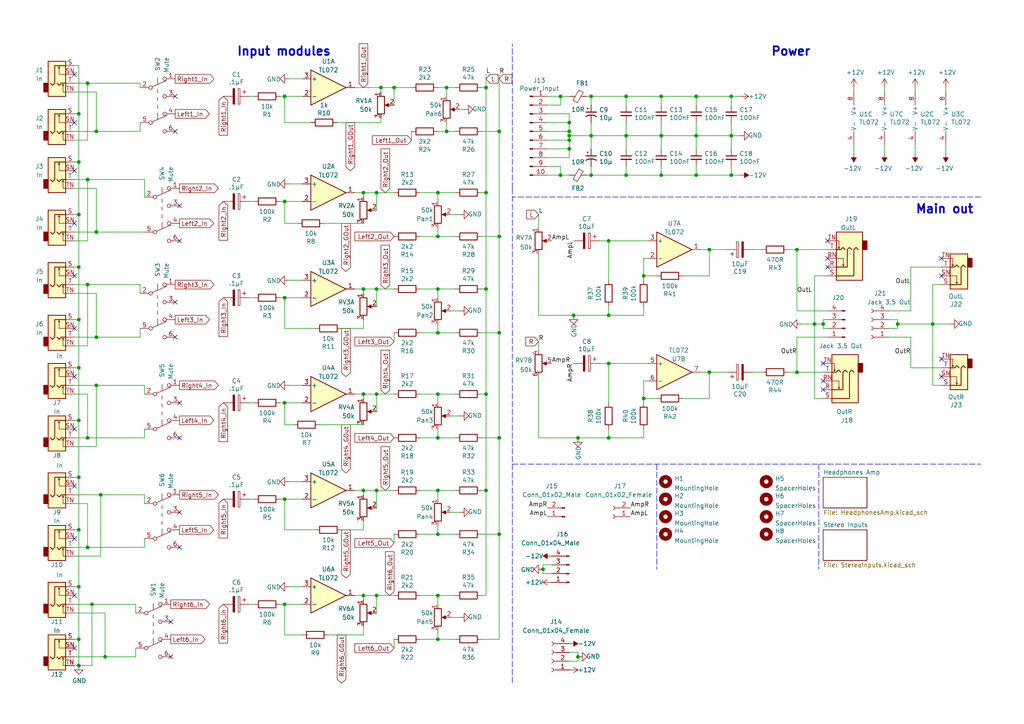
<source format=kicad_sch>
(kicad_sch (version 20211123) (generator eeschema)
  (paper "A4")
  (lib_symbols
    (symbol "Amplifier_Operational:TL072" (pin_names (offset 0.127))
      (property "Reference" "U" (at 0 5.08 0))
      (property "Value" "TL072" (at 0 -5.08 0))
      (symbol "TL072_1_1"
        (pin output line (at 7.62 0 180) (length 2.54) (name "~") (number "1"))
        (pin input line (at -7.62 -2.54 0) (length 2.54) (name "-") (number "2"))
        (pin input line (at -7.62 2.54 0) (length 2.54) (name "+") (number "3"))
      )
      (symbol "TL072_2_1"
        (pin input line (at -7.62 2.54 0) (length 2.54) (name "+") (number "5"))
        (pin input line (at -7.62 -2.54 0) (length 2.54) (name "-") (number "6"))
        (pin output line (at 7.62 0 180) (length 2.54) (name "~") (number "7"))
      )
      (symbol "TL072_3_1"
        (pin power_in line (at -2.54 -7.62 90) (length 3.81) (name "V-") (number "4"))
        (pin power_in line (at -2.54 7.62 270) (length 3.81) (name "V+") (number "8"))
      )
    )
    (symbol "Connector:AudioJack2_Switch"
      (property "Reference" "J" (at 0 11.43 0))
      (property "Value" "AudioJack2_Switch" (at 0 8.89 0))
      (symbol "AudioJack2_Switch_1_1"
        (pin passive line (at 5.08 5.08 180) (length 2.54) (name "~") (number "S"))
        (pin passive line (at 5.08 2.54 180) (length 2.54) (name "~") (number "SN"))
        (pin passive line (at 5.08 0 180) (length 2.54) (name "~") (number "T"))
        (pin passive line (at 5.08 -2.54 180) (length 2.54) (name "~") (number "TN"))
      )
    )
    (symbol "Connector:AudioJack3_SwitchTR"
      (property "Reference" "J" (at 0 8.89 0))
      (property "Value" "AudioJack3_SwitchTR" (at 0 6.35 0))
      (symbol "AudioJack3_SwitchTR_1_1"
        (pin passive line (at 5.08 0 180) (length 2.54) (name "~") (number "R"))
        (pin passive line (at 5.08 -2.54 180) (length 2.54) (name "~") (number "RN"))
        (pin passive line (at 5.08 2.54 180) (length 2.54) (name "~") (number "S"))
        (pin passive line (at 5.08 -5.08 180) (length 2.54) (name "~") (number "T"))
        (pin passive line (at 5.08 -7.62 180) (length 2.54) (name "~") (number "TN"))
      )
    )
    (symbol "Connector:Conn_01x02_Female" (pin_names (offset 1.016) hide)
      (property "Reference" "J" (at 0 2.54 0))
      (property "Value" "Conn_01x02_Female" (at 0 -5.08 0))
      (symbol "Conn_01x02_Female_1_1"
        (pin passive line (at -5.08 0 0) (length 3.81) (name "Pin_1") (number "1"))
        (pin passive line (at -5.08 -2.54 0) (length 3.81) (name "Pin_2") (number "2"))
      )
    )
    (symbol "Connector:Conn_01x02_Male" (pin_names (offset 1.016) hide)
      (property "Reference" "J" (at 0 2.54 0))
      (property "Value" "Conn_01x02_Male" (at 0 -5.08 0))
      (symbol "Conn_01x02_Male_1_1"
        (pin passive line (at 5.08 0 180) (length 3.81) (name "Pin_1") (number "1"))
        (pin passive line (at 5.08 -2.54 180) (length 3.81) (name "Pin_2") (number "2"))
      )
    )
    (symbol "Connector:Conn_01x04_Female" (pin_names (offset 1.016) hide)
      (property "Reference" "J" (at 0 5.08 0))
      (property "Value" "Conn_01x04_Female" (at 0 -7.62 0))
      (symbol "Conn_01x04_Female_1_1"
        (pin passive line (at -5.08 2.54 0) (length 3.81) (name "Pin_1") (number "1"))
        (pin passive line (at -5.08 0 0) (length 3.81) (name "Pin_2") (number "2"))
        (pin passive line (at -5.08 -2.54 0) (length 3.81) (name "Pin_3") (number "3"))
        (pin passive line (at -5.08 -5.08 0) (length 3.81) (name "Pin_4") (number "4"))
      )
    )
    (symbol "Connector:Conn_01x04_Male" (pin_names (offset 1.016) hide)
      (property "Reference" "J" (at 0 5.08 0))
      (property "Value" "Conn_01x04_Male" (at 0 -7.62 0))
      (symbol "Conn_01x04_Male_1_1"
        (pin passive line (at 5.08 2.54 180) (length 3.81) (name "Pin_1") (number "1"))
        (pin passive line (at 5.08 0 180) (length 3.81) (name "Pin_2") (number "2"))
        (pin passive line (at 5.08 -2.54 180) (length 3.81) (name "Pin_3") (number "3"))
        (pin passive line (at 5.08 -5.08 180) (length 3.81) (name "Pin_4") (number "4"))
      )
    )
    (symbol "Connector:Conn_01x10_Male" (pin_names (offset 1.016) hide)
      (property "Reference" "J" (at 0 12.7 0))
      (property "Value" "Conn_01x10_Male" (at 0 -15.24 0))
      (symbol "Conn_01x10_Male_1_1"
        (pin passive line (at 5.08 10.16 180) (length 3.81) (name "Pin_1") (number "1"))
        (pin passive line (at 5.08 -12.7 180) (length 3.81) (name "Pin_10") (number "10"))
        (pin passive line (at 5.08 7.62 180) (length 3.81) (name "Pin_2") (number "2"))
        (pin passive line (at 5.08 5.08 180) (length 3.81) (name "Pin_3") (number "3"))
        (pin passive line (at 5.08 2.54 180) (length 3.81) (name "Pin_4") (number "4"))
        (pin passive line (at 5.08 0 180) (length 3.81) (name "Pin_5") (number "5"))
        (pin passive line (at 5.08 -2.54 180) (length 3.81) (name "Pin_6") (number "6"))
        (pin passive line (at 5.08 -5.08 180) (length 3.81) (name "Pin_7") (number "7"))
        (pin passive line (at 5.08 -7.62 180) (length 3.81) (name "Pin_8") (number "8"))
        (pin passive line (at 5.08 -10.16 180) (length 3.81) (name "Pin_9") (number "9"))
      )
    )
    (symbol "Device:CP" (pin_numbers hide) (pin_names (offset 0.254))
      (property "Reference" "C" (at 0.635 2.54 0))
      (property "Value" "Device_CP" (at 0.635 -2.54 0))
      (symbol "CP_1_1"
        (pin passive line (at 0 3.81 270) (length 2.794) (name "~") (number "1"))
        (pin passive line (at 0 -3.81 90) (length 2.794) (name "~") (number "2"))
      )
    )
    (symbol "Device:CP1_Small" (pin_numbers hide) (pin_names (offset 0.254) hide)
      (property "Reference" "C" (at 0.254 1.778 0))
      (property "Value" "Device_CP1_Small" (at 0.254 -2.032 0))
      (symbol "CP1_Small_1_1"
        (pin passive line (at 0 2.54 270) (length 2.032) (name "~") (number "1"))
        (pin passive line (at 0 -2.54 90) (length 2.032) (name "~") (number "2"))
      )
    )
    (symbol "Device:C_Small" (pin_numbers hide) (pin_names (offset 0.254) hide)
      (property "Reference" "C" (at 0.254 1.778 0))
      (property "Value" "C_Small" (at 0.254 -2.032 0))
      (symbol "C_Small_1_1"
        (pin passive line (at 0 2.54 270) (length 2.032) (name "~") (number "1"))
        (pin passive line (at 0 -2.54 90) (length 2.032) (name "~") (number "2"))
      )
    )
    (symbol "Device:Ferrite_Bead_Small" (pin_numbers hide) (pin_names (offset 0))
      (property "Reference" "FB" (at 1.905 1.27 0))
      (property "Value" "Device_Ferrite_Bead_Small" (at 1.905 -1.27 0))
      (symbol "Ferrite_Bead_Small_1_1"
        (pin passive line (at 0 2.54 270) (length 1.27) (name "~") (number "1"))
        (pin passive line (at 0 -2.54 90) (length 1.27) (name "~") (number "2"))
      )
    )
    (symbol "Device:R" (pin_numbers hide) (pin_names (offset 0))
      (property "Reference" "R" (at 2.032 0 90))
      (property "Value" "R" (at 0 0 90))
      (symbol "R_1_1"
        (pin passive line (at 0 3.81 270) (length 1.27) (name "~") (number "1"))
        (pin passive line (at 0 -3.81 90) (length 1.27) (name "~") (number "2"))
      )
    )
    (symbol "Device:R_POT" (pin_names (offset 1.016) hide)
      (property "Reference" "RV" (at -4.445 0 90))
      (property "Value" "Device_R_POT" (at -2.54 0 90))
      (symbol "R_POT_1_1"
        (pin passive line (at 0 3.81 270) (length 1.27) (name "1") (number "1"))
        (pin passive line (at 3.81 0 180) (length 1.27) (name "2") (number "2"))
        (pin passive line (at 0 -3.81 90) (length 1.27) (name "3") (number "3"))
      )
    )
    (symbol "Device:R_Potentiometer_Dual_Separate" (pin_names (offset 1.016) hide)
      (property "Reference" "RV" (at -4.445 0 90))
      (property "Value" "R_Potentiometer_Dual_Separate" (at -2.54 0 90))
      (symbol "R_Potentiometer_Dual_Separate_1_1"
        (pin passive line (at 0 3.81 270) (length 1.27) (name "1") (number "1"))
        (pin passive line (at 3.81 0 180) (length 1.27) (name "2") (number "2"))
        (pin passive line (at 0 -3.81 90) (length 1.27) (name "3") (number "3"))
      )
      (symbol "R_Potentiometer_Dual_Separate_2_1"
        (pin passive line (at 0 3.81 270) (length 1.27) (name "4") (number "4"))
        (pin passive line (at 3.81 0 180) (length 1.27) (name "5") (number "5"))
        (pin passive line (at 0 -3.81 90) (length 1.27) (name "6") (number "6"))
      )
    )
    (symbol "Mechanical:MountingHole" (pin_names (offset 1.016))
      (property "Reference" "H" (at 0 5.08 0))
      (property "Value" "MountingHole" (at 0 3.175 0))
    )
    (symbol "Switch:SW_Push_DPDT" (pin_names (offset 0) hide)
      (property "Reference" "SW" (at 0 8.89 0))
      (property "Value" "SW_Push_DPDT" (at 0 -10.16 0))
      (symbol "SW_Push_DPDT_1_1"
        (pin passive line (at 5.08 7.62 180) (length 2.54) (name "A") (number "1"))
        (pin passive line (at -5.08 5.08 0) (length 2.54) (name "B") (number "2"))
        (pin passive line (at 5.08 2.54 180) (length 2.54) (name "C") (number "3"))
        (pin passive line (at 5.08 -2.54 180) (length 2.54) (name "A") (number "4"))
        (pin passive line (at -5.08 -5.08 0) (length 2.54) (name "B") (number "5"))
        (pin passive line (at 5.08 -7.62 180) (length 2.54) (name "C") (number "6"))
      )
    )
    (symbol "power:+12V" (power) (pin_names (offset 0))
      (property "Value" "+12V" (at 0 3.556 0))
      (symbol "+12V_1_1"
        (pin power_in line (at 0 0 90) (length 0) hide (name "+12V") (number "1"))
      )
    )
    (symbol "power:-12V" (power) (pin_names (offset 0))
      (property "Value" "-12V" (at 0 3.81 0))
      (symbol "-12V_0_0"
        (pin power_in line (at 0 0 90) (length 0) hide (name "-12V") (number "1"))
      )
    )
    (symbol "power:GND" (power) (pin_names (offset 0))
      (property "Value" "GND" (at 0 -3.81 0))
      (symbol "GND_1_1"
        (pin power_in line (at 0 0 270) (length 0) hide (name "GND") (number "1"))
      )
    )
  )
  (junction (at 144.78 68.58))
  (junction (at 127 68.58))
  (junction (at 205.74 107.95))
  (junction (at 25.4 24.13))
  (junction (at 25.4 127))
  (junction (at 162.56 27.94))
  (junction (at 186.69 115.57))
  (junction (at 127 55.88))
  (junction (at 144.78 96.52))
  (junction (at 29.21 143.51))
  (junction (at 162.56 50.8))
  (junction (at 140.97 25.4))
  (junction (at 181.61 39.37))
  (junction (at 238.76 93.98))
  (junction (at 22.86 170.18))
  (junction (at 127 83.82))
  (junction (at 181.61 50.8))
  (junction (at 167.64 127))
  (junction (at 165.1 35.56))
  (junction (at 212.09 50.8))
  (junction (at 205.74 72.39))
  (junction (at 127 96.52))
  (junction (at 144.78 38.1))
  (junction (at 22.86 138.43))
  (junction (at 270.51 93.98))
  (junction (at 166.37 91.44))
  (junction (at 82.55 86.36))
  (junction (at 22.86 193.04))
  (junction (at 260.35 93.98))
  (junction (at 105.41 55.88))
  (junction (at 140.97 55.88))
  (junction (at 231.14 72.39))
  (junction (at 109.22 114.3))
  (junction (at 105.41 172.72))
  (junction (at 27.94 38.1))
  (junction (at 165.1 40.64))
  (junction (at 25.4 158.75))
  (junction (at 82.55 27.94))
  (junction (at 105.41 83.82))
  (junction (at 165.1 43.18))
  (junction (at 82.55 58.42))
  (junction (at 181.61 27.94))
  (junction (at 127 127))
  (junction (at 25.4 52.07))
  (junction (at 127 172.72))
  (junction (at 127 154.94))
  (junction (at 236.22 93.98))
  (junction (at 191.77 50.8))
  (junction (at 157.48 165.1))
  (junction (at 212.09 27.94))
  (junction (at 201.93 50.8))
  (junction (at 176.53 127))
  (junction (at 114.3 25.4))
  (junction (at 22.86 153.67))
  (junction (at 140.97 83.82))
  (junction (at 127 114.3))
  (junction (at 140.97 114.3))
  (junction (at 191.77 27.94))
  (junction (at 105.41 142.24))
  (junction (at 109.22 55.88))
  (junction (at 191.77 39.37))
  (junction (at 82.55 116.84))
  (junction (at 171.45 39.37))
  (junction (at 129.54 38.1))
  (junction (at 22.86 92.71))
  (junction (at 144.78 154.94))
  (junction (at 109.22 83.82))
  (junction (at 165.1 38.1))
  (junction (at 26.67 175.26))
  (junction (at 127 185.42))
  (junction (at 82.55 144.78))
  (junction (at 212.09 39.37))
  (junction (at 30.48 190.5))
  (junction (at 27.94 67.31))
  (junction (at 22.86 77.47))
  (junction (at 105.41 114.3))
  (junction (at 176.53 69.85))
  (junction (at 176.53 91.44))
  (junction (at 171.45 27.94))
  (junction (at 27.94 97.79))
  (junction (at 201.93 39.37))
  (junction (at 25.4 82.55))
  (junction (at 110.49 25.4))
  (junction (at 82.55 175.26))
  (junction (at 127 142.24))
  (junction (at 22.86 106.68))
  (junction (at 22.86 33.02))
  (junction (at 201.93 27.94))
  (junction (at 176.53 105.41))
  (junction (at 231.14 107.95))
  (junction (at 171.45 50.8))
  (junction (at 186.69 80.01))
  (junction (at 27.94 111.76))
  (junction (at 109.22 172.72))
  (junction (at 144.78 127))
  (junction (at 129.54 25.4))
  (junction (at 167.64 190.5))
  (junction (at 22.86 121.92))
  (junction (at 140.97 142.24))
  (junction (at 22.86 46.99))
  (junction (at 109.22 142.24))
  (junction (at 22.86 62.23))
  (junction (at 22.86 185.42))
  (junction (at 165.1 39.37))
  (no_connect (at 50.8 27.94))
  (no_connect (at 21.59 21.59))
  (no_connect (at 238.76 105.41))
  (no_connect (at 21.59 109.22))
  (no_connect (at 52.07 116.84))
  (no_connect (at 240.03 69.85))
  (no_connect (at 240.03 77.47))
  (no_connect (at 240.03 74.93))
  (no_connect (at 49.53 180.34))
  (no_connect (at 21.59 124.46))
  (no_connect (at 21.59 95.25))
  (no_connect (at 21.59 64.77))
  (no_connect (at 50.8 97.79))
  (no_connect (at 238.76 113.03))
  (no_connect (at 52.07 59.69))
  (no_connect (at 238.76 110.49))
  (no_connect (at 273.05 80.01))
  (no_connect (at 52.07 127))
  (no_connect (at 21.59 35.56))
  (no_connect (at 21.59 172.72))
  (no_connect (at 52.07 69.85))
  (no_connect (at 50.8 87.63))
  (no_connect (at 49.53 190.5))
  (no_connect (at 21.59 187.96))
  (no_connect (at 52.07 158.75))
  (no_connect (at 21.59 156.21))
  (no_connect (at 273.05 104.14))
  (no_connect (at 21.59 49.53))
  (no_connect (at 50.8 38.1))
  (no_connect (at 21.59 140.97))
  (no_connect (at 52.07 148.59))
  (no_connect (at 21.59 80.01))
  (no_connect (at 273.05 109.22))
  (no_connect (at 273.05 74.93))
  (wire (pts (xy 109.22 83.82) (xy 114.3 83.82)))
  (wire (pts (xy 81.28 175.26) (xy 82.55 175.26)))
  (wire (pts (xy 140.97 83.82) (xy 140.97 114.3)))
  (wire (pts (xy 181.61 48.26) (xy 181.61 50.8)))
  (wire (pts (xy 157.48 165.1) (xy 157.48 163.83)))
  (wire (pts (xy 21.59 46.99) (xy 22.86 46.99)))
  (wire (pts (xy 129.54 25.4) (xy 129.54 27.94)))
  (wire (pts (xy 109.22 55.88) (xy 114.3 55.88)))
  (wire (pts (xy 171.45 39.37) (xy 181.61 39.37)))
  (wire (pts (xy 156.21 127) (xy 156.21 109.22)))
  (wire (pts (xy 156.21 99.06) (xy 156.21 101.6)))
  (wire (pts (xy 139.7 68.58) (xy 144.78 68.58)))
  (wire (pts (xy 121.92 185.42) (xy 127 185.42)))
  (wire (pts (xy 176.53 91.44) (xy 166.37 91.44)))
  (wire (pts (xy 240.03 92.71) (xy 238.76 92.71)))
  (wire (pts (xy 201.93 27.94) (xy 191.77 27.94)))
  (wire (pts (xy 228.6 72.39) (xy 231.14 72.39)))
  (wire (pts (xy 191.77 39.37) (xy 201.93 39.37)))
  (wire (pts (xy 236.22 80.01) (xy 236.22 93.98)))
  (wire (pts (xy 166.37 91.44) (xy 156.21 91.44)))
  (wire (pts (xy 21.59 193.04) (xy 22.86 193.04)))
  (wire (pts (xy 165.1 45.72) (xy 165.1 43.18)))
  (wire (pts (xy 105.41 83.82) (xy 109.22 83.82)))
  (wire (pts (xy 181.61 27.94) (xy 181.61 30.48)))
  (wire (pts (xy 127 68.58) (xy 132.08 68.58)))
  (wire (pts (xy 127 142.24) (xy 132.08 142.24)))
  (wire (pts (xy 140.97 55.88) (xy 140.97 83.82)))
  (wire (pts (xy 127 83.82) (xy 132.08 83.82)))
  (wire (pts (xy 109.22 88.9) (xy 109.22 83.82)))
  (wire (pts (xy 83.82 22.86) (xy 87.63 22.86)))
  (wire (pts (xy 22.86 62.23) (xy 21.59 62.23)))
  (wire (pts (xy 21.59 52.07) (xy 25.4 52.07)))
  (wire (pts (xy 105.41 142.24) (xy 109.22 142.24)))
  (wire (pts (xy 238.76 95.25) (xy 240.03 95.25)))
  (wire (pts (xy 25.4 52.07) (xy 41.91 52.07)))
  (wire (pts (xy 22.86 19.05) (xy 22.86 33.02)))
  (wire (pts (xy 167.64 190.5) (xy 167.64 191.77)))
  (wire (pts (xy 205.74 80.01) (xy 198.12 80.01)))
  (wire (pts (xy 176.53 105.41) (xy 187.96 105.41)))
  (wire (pts (xy 25.4 24.13) (xy 25.4 40.64)))
  (wire (pts (xy 232.41 93.98) (xy 236.22 93.98)))
  (wire (pts (xy 21.59 138.43) (xy 22.86 138.43)))
  (wire (pts (xy 270.51 93.98) (xy 275.59 93.98)))
  (wire (pts (xy 127 127) (xy 132.08 127)))
  (wire (pts (xy 238.76 93.98) (xy 238.76 95.25)))
  (wire (pts (xy 181.61 50.8) (xy 191.77 50.8)))
  (wire (pts (xy 144.78 127) (xy 144.78 154.94)))
  (wire (pts (xy 110.49 25.4) (xy 110.49 26.67)))
  (wire (pts (xy 140.97 25.4) (xy 140.97 55.88)))
  (wire (pts (xy 139.7 142.24) (xy 140.97 142.24)))
  (wire (pts (xy 27.94 85.09) (xy 27.94 97.79)))
  (wire (pts (xy 25.4 127) (xy 41.91 127)))
  (wire (pts (xy 21.59 111.76) (xy 27.94 111.76)))
  (wire (pts (xy 105.41 172.72) (xy 105.41 173.99)))
  (wire (pts (xy 29.21 161.29) (xy 29.21 143.51)))
  (wire (pts (xy 157.48 163.83) (xy 160.02 163.83)))
  (wire (pts (xy 82.55 35.56) (xy 90.17 35.56)))
  (wire (pts (xy 87.63 144.78) (xy 82.55 144.78)))
  (wire (pts (xy 176.53 91.44) (xy 186.69 91.44)))
  (wire (pts (xy 40.64 35.56) (xy 40.64 38.1)))
  (wire (pts (xy 260.35 93.98) (xy 270.51 93.98)))
  (wire (pts (xy 25.4 146.05) (xy 25.4 158.75)))
  (wire (pts (xy 105.41 55.88) (xy 109.22 55.88)))
  (wire (pts (xy 82.55 35.56) (xy 82.55 27.94)))
  (wire (pts (xy 191.77 50.8) (xy 201.93 50.8)))
  (polyline (pts (xy 284.48 57.15) (xy 148.59 57.15)))
  (wire (pts (xy 176.53 124.46) (xy 176.53 127)))
  (wire (pts (xy 119.38 40.64) (xy 119.38 38.1)))
  (wire (pts (xy 273.05 82.55) (xy 270.51 82.55)))
  (wire (pts (xy 158.75 30.48) (xy 162.56 30.48)))
  (wire (pts (xy 139.7 127) (xy 144.78 127)))
  (wire (pts (xy 176.53 127) (xy 186.69 127)))
  (wire (pts (xy 127 83.82) (xy 127 86.36)))
  (wire (pts (xy 27.94 54.61) (xy 27.94 67.31)))
  (wire (pts (xy 265.43 25.4) (xy 265.43 26.67)))
  (wire (pts (xy 231.14 107.95) (xy 238.76 107.95)))
  (wire (pts (xy 22.86 153.67) (xy 22.86 170.18)))
  (wire (pts (xy 22.86 121.92) (xy 22.86 138.43)))
  (wire (pts (xy 162.56 30.48) (xy 162.56 27.94)))
  (wire (pts (xy 82.55 64.77) (xy 82.55 58.42)))
  (wire (pts (xy 165.1 43.18) (xy 165.1 40.64)))
  (wire (pts (xy 257.81 90.17) (xy 264.16 90.17)))
  (wire (pts (xy 127 182.88) (xy 127 185.42)))
  (wire (pts (xy 22.86 77.47) (xy 22.86 92.71)))
  (wire (pts (xy 82.55 64.77) (xy 86.36 64.77)))
  (wire (pts (xy 109.22 60.96) (xy 109.22 55.88)))
  (wire (pts (xy 121.92 96.52) (xy 127 96.52)))
  (wire (pts (xy 21.59 143.51) (xy 29.21 143.51)))
  (wire (pts (xy 257.81 95.25) (xy 260.35 95.25)))
  (wire (pts (xy 158.75 40.64) (xy 165.1 40.64)))
  (wire (pts (xy 21.59 129.54) (xy 27.94 129.54)))
  (polyline (pts (xy 148.59 54.61) (xy 148.59 198.12)))
  (wire (pts (xy 170.18 27.94) (xy 171.45 27.94)))
  (wire (pts (xy 25.4 24.13) (xy 40.64 24.13)))
  (wire (pts (xy 127 55.88) (xy 127 58.42)))
  (wire (pts (xy 139.7 55.88) (xy 140.97 55.88)))
  (wire (pts (xy 121.92 142.24) (xy 127 142.24)))
  (wire (pts (xy 218.44 72.39) (xy 220.98 72.39)))
  (wire (pts (xy 181.61 39.37) (xy 191.77 39.37)))
  (wire (pts (xy 205.74 107.95) (xy 210.82 107.95)))
  (wire (pts (xy 274.32 25.4) (xy 274.32 26.67)))
  (wire (pts (xy 21.59 190.5) (xy 30.48 190.5)))
  (wire (pts (xy 273.05 106.68) (xy 264.16 106.68)))
  (wire (pts (xy 22.86 62.23) (xy 22.86 77.47)))
  (wire (pts (xy 167.64 190.5) (xy 167.64 189.23)))
  (wire (pts (xy 21.59 161.29) (xy 29.21 161.29)))
  (wire (pts (xy 171.45 50.8) (xy 181.61 50.8)))
  (wire (pts (xy 171.45 48.26) (xy 171.45 50.8)))
  (wire (pts (xy 130.81 90.17) (xy 133.35 90.17)))
  (wire (pts (xy 127 172.72) (xy 132.08 172.72)))
  (wire (pts (xy 134.62 31.75) (xy 133.35 31.75)))
  (wire (pts (xy 121.92 154.94) (xy 127 154.94)))
  (wire (pts (xy 270.51 93.98) (xy 270.51 111.76)))
  (wire (pts (xy 72.39 175.26) (xy 73.66 175.26)))
  (wire (pts (xy 265.43 41.91) (xy 265.43 44.45)))
  (wire (pts (xy 191.77 35.56) (xy 191.77 39.37)))
  (wire (pts (xy 110.49 25.4) (xy 114.3 25.4)))
  (wire (pts (xy 30.48 177.8) (xy 30.48 190.5)))
  (wire (pts (xy 176.53 88.9) (xy 176.53 91.44)))
  (wire (pts (xy 21.59 24.13) (xy 25.4 24.13)))
  (wire (pts (xy 139.7 185.42) (xy 144.78 185.42)))
  (wire (pts (xy 236.22 115.57) (xy 238.76 115.57)))
  (wire (pts (xy 240.03 80.01) (xy 236.22 80.01)))
  (wire (pts (xy 158.75 33.02) (xy 165.1 33.02)))
  (wire (pts (xy 127 93.98) (xy 127 96.52)))
  (wire (pts (xy 87.63 116.84) (xy 82.55 116.84)))
  (wire (pts (xy 105.41 83.82) (xy 105.41 85.09)))
  (wire (pts (xy 40.64 38.1) (xy 27.94 38.1)))
  (wire (pts (xy 167.64 189.23) (xy 165.1 189.23)))
  (wire (pts (xy 110.49 35.56) (xy 110.49 34.29)))
  (wire (pts (xy 40.64 95.25) (xy 40.64 97.79)))
  (wire (pts (xy 21.59 177.8) (xy 30.48 177.8)))
  (wire (pts (xy 203.2 107.95) (xy 205.74 107.95)))
  (wire (pts (xy 87.63 86.36) (xy 82.55 86.36)))
  (wire (pts (xy 171.45 30.48) (xy 171.45 27.94)))
  (wire (pts (xy 82.55 153.67) (xy 82.55 144.78)))
  (wire (pts (xy 109.22 147.32) (xy 109.22 142.24)))
  (wire (pts (xy 127 114.3) (xy 127 116.84)))
  (wire (pts (xy 21.59 82.55) (xy 25.4 82.55)))
  (wire (pts (xy 171.45 39.37) (xy 171.45 43.18)))
  (wire (pts (xy 127 96.52) (xy 132.08 96.52)))
  (wire (pts (xy 22.86 92.71) (xy 21.59 92.71)))
  (wire (pts (xy 83.82 139.7) (xy 87.63 139.7)))
  (wire (pts (xy 212.09 50.8) (xy 214.63 50.8)))
  (wire (pts (xy 105.41 142.24) (xy 105.41 143.51)))
  (wire (pts (xy 105.41 95.25) (xy 99.06 95.25)))
  (wire (pts (xy 81.28 86.36) (xy 82.55 86.36)))
  (wire (pts (xy 22.86 33.02) (xy 22.86 46.99)))
  (wire (pts (xy 102.87 114.3) (xy 105.41 114.3)))
  (wire (pts (xy 109.22 114.3) (xy 114.3 114.3)))
  (wire (pts (xy 176.53 105.41) (xy 176.53 116.84)))
  (wire (pts (xy 158.75 43.18) (xy 165.1 43.18)))
  (wire (pts (xy 165.1 39.37) (xy 171.45 39.37)))
  (wire (pts (xy 201.93 35.56) (xy 201.93 39.37)))
  (wire (pts (xy 105.41 64.77) (xy 93.98 64.77)))
  (wire (pts (xy 205.74 72.39) (xy 205.74 80.01)))
  (wire (pts (xy 21.59 67.31) (xy 27.94 67.31)))
  (wire (pts (xy 82.55 123.19) (xy 82.55 116.84)))
  (wire (pts (xy 257.81 92.71) (xy 260.35 92.71)))
  (wire (pts (xy 158.75 27.94) (xy 162.56 27.94)))
  (wire (pts (xy 97.79 35.56) (xy 110.49 35.56)))
  (wire (pts (xy 156.21 91.44) (xy 156.21 73.66)))
  (wire (pts (xy 270.51 82.55) (xy 270.51 93.98)))
  (wire (pts (xy 238.76 92.71) (xy 238.76 93.98)))
  (wire (pts (xy 127 185.42) (xy 132.08 185.42)))
  (wire (pts (xy 127 38.1) (xy 129.54 38.1)))
  (wire (pts (xy 240.03 90.17) (xy 231.14 90.17)))
  (wire (pts (xy 121.92 55.88) (xy 127 55.88)))
  (wire (pts (xy 156.21 62.23) (xy 156.21 66.04)))
  (wire (pts (xy 205.74 107.95) (xy 205.74 115.57)))
  (wire (pts (xy 176.53 69.85) (xy 187.96 69.85)))
  (wire (pts (xy 81.28 27.94) (xy 82.55 27.94)))
  (wire (pts (xy 139.7 25.4) (xy 140.97 25.4)))
  (wire (pts (xy 127 114.3) (xy 132.08 114.3)))
  (wire (pts (xy 105.41 181.61) (xy 105.41 184.15)))
  (wire (pts (xy 144.78 96.52) (xy 144.78 127)))
  (wire (pts (xy 91.44 153.67) (xy 82.55 153.67)))
  (wire (pts (xy 139.7 38.1) (xy 144.78 38.1)))
  (wire (pts (xy 274.32 41.91) (xy 274.32 44.45)))
  (wire (pts (xy 114.3 157.48) (xy 114.3 154.94)))
  (wire (pts (xy 21.59 19.05) (xy 22.86 19.05)))
  (wire (pts (xy 22.86 185.42) (xy 21.59 185.42)))
  (wire (pts (xy 39.37 190.5) (xy 39.37 187.96)))
  (wire (pts (xy 83.82 170.18) (xy 87.63 170.18)))
  (wire (pts (xy 144.78 38.1) (xy 144.78 68.58)))
  (wire (pts (xy 27.94 97.79) (xy 40.64 97.79)))
  (wire (pts (xy 102.87 55.88) (xy 105.41 55.88)))
  (wire (pts (xy 127 172.72) (xy 127 175.26)))
  (wire (pts (xy 22.86 92.71) (xy 22.86 106.68)))
  (wire (pts (xy 85.09 123.19) (xy 82.55 123.19)))
  (wire (pts (xy 144.78 68.58) (xy 144.78 96.52)))
  (wire (pts (xy 190.5 80.01) (xy 186.69 80.01)))
  (wire (pts (xy 176.53 127) (xy 167.64 127)))
  (wire (pts (xy 176.53 69.85) (xy 176.53 81.28)))
  (wire (pts (xy 81.28 144.78) (xy 82.55 144.78)))
  (wire (pts (xy 109.22 172.72) (xy 114.3 172.72)))
  (wire (pts (xy 165.1 38.1) (xy 158.75 38.1)))
  (wire (pts (xy 129.54 25.4) (xy 132.08 25.4)))
  (wire (pts (xy 82.55 184.15) (xy 82.55 175.26)))
  (wire (pts (xy 72.39 144.78) (xy 73.66 144.78)))
  (wire (pts (xy 109.22 119.38) (xy 109.22 114.3)))
  (polyline (pts (xy 148.59 134.62) (xy 284.48 134.62)))
  (wire (pts (xy 102.87 25.4) (xy 110.49 25.4)))
  (wire (pts (xy 165.1 39.37) (xy 165.1 38.1)))
  (wire (pts (xy 139.7 114.3) (xy 140.97 114.3)))
  (wire (pts (xy 201.93 27.94) (xy 201.93 30.48)))
  (wire (pts (xy 21.59 38.1) (xy 27.94 38.1)))
  (wire (pts (xy 201.93 48.26) (xy 201.93 50.8)))
  (wire (pts (xy 40.64 85.09) (xy 40.64 82.55)))
  (wire (pts (xy 129.54 35.56) (xy 129.54 38.1)))
  (wire (pts (xy 201.93 27.94) (xy 212.09 27.94)))
  (wire (pts (xy 264.16 77.47) (xy 273.05 77.47)))
  (wire (pts (xy 21.59 114.3) (xy 25.4 114.3)))
  (wire (pts (xy 162.56 48.26) (xy 162.56 50.8)))
  (wire (pts (xy 205.74 72.39) (xy 210.82 72.39)))
  (wire (pts (xy 144.78 21.59) (xy 144.78 38.1)))
  (wire (pts (xy 231.14 72.39) (xy 231.14 90.17)))
  (wire (pts (xy 21.59 158.75) (xy 25.4 158.75)))
  (wire (pts (xy 240.03 97.79) (xy 231.14 97.79)))
  (wire (pts (xy 264.16 97.79) (xy 257.81 97.79)))
  (wire (pts (xy 139.7 154.94) (xy 144.78 154.94)))
  (wire (pts (xy 236.22 93.98) (xy 236.22 115.57)))
  (wire (pts (xy 105.41 55.88) (xy 105.41 57.15)))
  (wire (pts (xy 212.09 35.56) (xy 212.09 39.37)))
  (wire (pts (xy 236.22 93.98) (xy 238.76 93.98)))
  (polyline (pts (xy 237.49 134.62) (xy 237.49 165.1)))
  (wire (pts (xy 158.75 48.26) (xy 162.56 48.26)))
  (wire (pts (xy 127 66.04) (xy 127 68.58)))
  (wire (pts (xy 162.56 27.94) (xy 165.1 27.94)))
  (wire (pts (xy 171.45 27.94) (xy 181.61 27.94)))
  (wire (pts (xy 127 124.46) (xy 127 127)))
  (wire (pts (xy 22.86 46.99) (xy 22.86 62.23)))
  (wire (pts (xy 205.74 115.57) (xy 198.12 115.57)))
  (wire (pts (xy 231.14 72.39) (xy 240.03 72.39)))
  (wire (pts (xy 158.75 50.8) (xy 162.56 50.8)))
  (wire (pts (xy 21.59 26.67) (xy 27.94 26.67)))
  (wire (pts (xy 29.21 143.51) (xy 41.91 143.51)))
  (wire (pts (xy 22.86 33.02) (xy 21.59 33.02)))
  (wire (pts (xy 190.5 115.57) (xy 186.69 115.57)))
  (wire (pts (xy 105.41 114.3) (xy 105.41 115.57)))
  (wire (pts (xy 27.94 26.67) (xy 27.94 38.1)))
  (wire (pts (xy 167.64 127) (xy 156.21 127)))
  (wire (pts (xy 203.2 72.39) (xy 205.74 72.39)))
  (wire (pts (xy 121.92 114.3) (xy 127 114.3)))
  (wire (pts (xy 72.39 116.84) (xy 73.66 116.84)))
  (wire (pts (xy 171.45 35.56) (xy 171.45 39.37)))
  (wire (pts (xy 127 142.24) (xy 127 144.78)))
  (wire (pts (xy 22.86 138.43) (xy 22.86 153.67)))
  (wire (pts (xy 114.3 187.96) (xy 114.3 185.42)))
  (wire (pts (xy 114.3 99.06) (xy 114.3 96.52)))
  (wire (pts (xy 102.87 83.82) (xy 105.41 83.82)))
  (wire (pts (xy 109.22 177.8) (xy 109.22 172.72)))
  (wire (pts (xy 186.69 80.01) (xy 186.69 81.28)))
  (wire (pts (xy 173.99 105.41) (xy 176.53 105.41)))
  (wire (pts (xy 181.61 27.94) (xy 191.77 27.94)))
  (polyline (pts (xy 190.5 134.62) (xy 190.5 165.1)))
  (wire (pts (xy 102.87 172.72) (xy 105.41 172.72)))
  (wire (pts (xy 212.09 27.94) (xy 212.09 30.48)))
  (wire (pts (xy 21.59 54.61) (xy 27.94 54.61)))
  (wire (pts (xy 186.69 124.46) (xy 186.69 127)))
  (wire (pts (xy 21.59 85.09) (xy 27.94 85.09)))
  (wire (pts (xy 41.91 158.75) (xy 41.91 156.21)))
  (wire (pts (xy 109.22 142.24) (xy 114.3 142.24)))
  (wire (pts (xy 127 55.88) (xy 132.08 55.88)))
  (wire (pts (xy 83.82 81.28) (xy 87.63 81.28)))
  (wire (pts (xy 22.86 106.68) (xy 22.86 121.92)))
  (wire (pts (xy 264.16 106.68) (xy 264.16 97.79)))
  (wire (pts (xy 165.1 40.64) (xy 165.1 39.37)))
  (wire (pts (xy 127 152.4) (xy 127 154.94)))
  (wire (pts (xy 228.6 107.95) (xy 231.14 107.95)))
  (wire (pts (xy 218.44 107.95) (xy 220.98 107.95)))
  (wire (pts (xy 140.97 21.59) (xy 140.97 25.4)))
  (wire (pts (xy 186.69 115.57) (xy 186.69 110.49)))
  (wire (pts (xy 130.81 120.65) (xy 133.35 120.65)))
  (wire (pts (xy 260.35 93.98) (xy 260.35 95.25)))
  (wire (pts (xy 181.61 39.37) (xy 181.61 43.18)))
  (wire (pts (xy 130.81 148.59) (xy 133.35 148.59)))
  (wire (pts (xy 105.41 172.72) (xy 109.22 172.72)))
  (wire (pts (xy 25.4 69.85) (xy 25.4 52.07)))
  (wire (pts (xy 21.59 100.33) (xy 25.4 100.33)))
  (wire (pts (xy 264.16 90.17) (xy 264.16 77.47)))
  (wire (pts (xy 27.94 129.54) (xy 27.94 111.76)))
  (wire (pts (xy 121.92 83.82) (xy 127 83.82)))
  (wire (pts (xy 186.69 74.93) (xy 187.96 74.93)))
  (wire (pts (xy 27.94 67.31) (xy 41.91 67.31)))
  (wire (pts (xy 158.75 45.72) (xy 165.1 45.72)))
  (wire (pts (xy 191.77 27.94) (xy 191.77 30.48)))
  (wire (pts (xy 105.41 92.71) (xy 105.41 95.25)))
  (wire (pts (xy 87.63 184.15) (xy 82.55 184.15)))
  (wire (pts (xy 41.91 146.05) (xy 41.91 143.51)))
  (wire (pts (xy 256.54 25.4) (xy 256.54 26.67)))
  (wire (pts (xy 21.59 77.47) (xy 22.86 77.47)))
  (wire (pts (xy 140.97 142.24) (xy 140.97 172.72)))
  (wire (pts (xy 102.87 142.24) (xy 105.41 142.24)))
  (wire (pts (xy 139.7 96.52) (xy 144.78 96.52)))
  (wire (pts (xy 157.48 166.37) (xy 160.02 166.37)))
  (wire (pts (xy 25.4 82.55) (xy 40.64 82.55)))
  (wire (pts (xy 212.09 27.94) (xy 214.63 27.94)))
  (wire (pts (xy 25.4 158.75) (xy 41.91 158.75)))
  (wire (pts (xy 21.59 69.85) (xy 25.4 69.85)))
  (wire (pts (xy 22.86 153.67) (xy 21.59 153.67)))
  (wire (pts (xy 247.65 25.4) (xy 247.65 26.67)))
  (wire (pts (xy 139.7 83.82) (xy 140.97 83.82)))
  (wire (pts (xy 158.75 35.56) (xy 165.1 35.56)))
  (wire (pts (xy 21.59 106.68) (xy 22.86 106.68)))
  (wire (pts (xy 273.05 111.76) (xy 270.51 111.76)))
  (wire (pts (xy 121.92 127) (xy 127 127)))
  (wire (pts (xy 21.59 40.64) (xy 25.4 40.64)))
  (wire (pts (xy 130.81 62.23) (xy 133.35 62.23)))
  (wire (pts (xy 186.69 80.01) (xy 186.69 74.93)))
  (wire (pts (xy 162.56 50.8) (xy 165.1 50.8)))
  (wire (pts (xy 41.91 114.3) (xy 41.91 111.76)))
  (wire (pts (xy 191.77 39.37) (xy 191.77 43.18)))
  (wire (pts (xy 130.81 179.07) (xy 133.35 179.07)))
  (wire (pts (xy 21.59 97.79) (xy 27.94 97.79)))
  (wire (pts (xy 186.69 110.49) (xy 187.96 110.49)))
  (wire (pts (xy 81.28 116.84) (xy 82.55 116.84)))
  (wire (pts (xy 26.67 175.26) (xy 39.37 175.26)))
  (wire (pts (xy 139.7 172.72) (xy 140.97 172.72)))
  (wire (pts (xy 114.3 30.48) (xy 114.3 25.4)))
  (wire (pts (xy 127 25.4) (xy 129.54 25.4)))
  (wire (pts (xy 26.67 193.04) (xy 26.67 175.26)))
  (wire (pts (xy 260.35 92.71) (xy 260.35 93.98)))
  (wire (pts (xy 127 154.94) (xy 132.08 154.94)))
  (wire (pts (xy 157.48 165.1) (xy 157.48 166.37)))
  (wire (pts (xy 231.14 97.79) (xy 231.14 107.95)))
  (wire (pts (xy 247.65 41.91) (xy 247.65 44.45)))
  (wire (pts (xy 201.93 50.8) (xy 212.09 50.8)))
  (wire (pts (xy 22.86 121.92) (xy 21.59 121.92)))
  (wire (pts (xy 22.86 170.18) (xy 22.86 185.42)))
  (wire (pts (xy 144.78 154.94) (xy 144.78 185.42)))
  (wire (pts (xy 165.1 33.02) (xy 165.1 35.56)))
  (wire (pts (xy 212.09 39.37) (xy 212.09 43.18)))
  (wire (pts (xy 121.92 68.58) (xy 127 68.58)))
  (wire (pts (xy 140.97 114.3) (xy 140.97 142.24)))
  (wire (pts (xy 212.09 48.26) (xy 212.09 50.8)))
  (wire (pts (xy 83.82 53.34) (xy 87.63 53.34)))
  (wire (pts (xy 72.39 86.36) (xy 73.66 86.36)))
  (wire (pts (xy 22.86 185.42) (xy 22.86 193.04)))
  (wire (pts (xy 27.94 111.76) (xy 41.91 111.76)))
  (wire (pts (xy 39.37 175.26) (xy 39.37 177.8)))
  (wire (pts (xy 30.48 190.5) (xy 39.37 190.5)))
  (wire (pts (xy 82.55 95.25) (xy 82.55 86.36)))
  (wire (pts (xy 25.4 100.33) (xy 25.4 82.55)))
  (wire (pts (xy 201.93 39.37) (xy 212.09 39.37)))
  (wire (pts (xy 91.44 95.25) (xy 82.55 95.25)))
  (wire (pts (xy 87.63 58.42) (xy 82.55 58.42)))
  (wire (pts (xy 129.54 38.1) (xy 132.08 38.1)))
  (wire (pts (xy 21.59 175.26) (xy 26.67 175.26)))
  (wire (pts (xy 22.86 193.04) (xy 26.67 193.04)))
  (wire (pts (xy 256.54 41.91) (xy 256.54 44.45)))
  (wire (pts (xy 105.41 184.15) (xy 95.25 184.15)))
  (wire (pts (xy 41.91 127) (xy 41.91 124.46)))
  (wire (pts (xy 72.39 27.94) (xy 73.66 27.94)))
  (wire (pts (xy 121.92 172.72) (xy 127 172.72)))
  (wire (pts (xy 105.41 114.3) (xy 109.22 114.3)))
  (wire (pts (xy 41.91 52.07) (xy 41.91 57.15)))
  (wire (pts (xy 201.93 39.37) (xy 201.93 43.18)))
  (wire (pts (xy 87.63 175.26) (xy 82.55 175.26)))
  (wire (pts (xy 72.39 58.42) (xy 73.66 58.42)))
  (wire (pts (xy 105.41 153.67) (xy 99.06 153.67)))
  (wire (pts (xy 21.59 146.05) (xy 25.4 146.05)))
  (polyline (pts (xy 148.59 54.61) (xy 148.59 12.7)))
  (wire (pts (xy 25.4 114.3) (xy 25.4 127)))
  (wire (pts (xy 173.99 69.85) (xy 176.53 69.85)))
  (wire (pts (xy 170.18 50.8) (xy 171.45 50.8)))
  (wire (pts (xy 212.09 39.37) (xy 214.63 39.37)))
  (wire (pts (xy 105.41 151.13) (xy 105.41 153.67)))
  (wire (pts (xy 181.61 35.56) (xy 181.61 39.37)))
  (wire (pts (xy 114.3 25.4) (xy 119.38 25.4)))
  (wire (pts (xy 81.28 58.42) (xy 82.55 58.42)))
  (wire (pts (xy 186.69 115.57) (xy 186.69 116.84)))
  (wire (pts (xy 186.69 88.9) (xy 186.69 91.44)))
  (wire (pts (xy 105.41 123.19) (xy 92.71 123.19)))
  (wire (pts (xy 167.64 191.77) (xy 165.1 191.77)))
  (wire (pts (xy 191.77 48.26) (xy 191.77 50.8)))
  (wire (pts (xy 21.59 170.18) (xy 22.86 170.18)))
  (wire (pts (xy 83.82 111.76) (xy 87.63 111.76)))
  (wire (pts (xy 165.1 35.56) (xy 165.1 38.1)))
  (wire (pts (xy 87.63 27.94) (xy 82.55 27.94)))
  (wire (pts (xy 40.64 24.13) (xy 40.64 25.4)))
  (wire (pts (xy 21.59 127) (xy 25.4 127)))
  (text "Input modules" (at 68.58 16.51 0) (effects (font (size 2.5 2.5) (thickness 0.5) bold) (justify left bottom)))
  (text "Power" (at 223.52 16.51 0) (effects (font (size 2.5 2.5) (thickness 0.5) bold) (justify left bottom)))
  (text "Main out" (at 265.43 62.23 0) (effects (font (size 2.5 2.5) (thickness 0.5) bold) (justify left bottom)))
  (label "AmpR" (at 160.02 105.41 0))
  (label "AmpR" (at 158.75 147.32 180))
  (label "AmpR" (at 182.88 147.32 0))
  (label "AmpL" (at 182.88 149.86 0))
  (label "L" (at 156.21 62.23 0))
  (label "OutL" (at 231.14 85.09 0))
  (label "L" (at 140.97 21.59 0))
  (label "R" (at 156.21 99.06 0))
  (label "AmpL" (at 160.02 69.85 0))
  (label "AmpR" (at 166.37 105.41 270))
  (label "OutL" (at 264.16 82.55 180))
  (label "R" (at 144.78 21.59 0))
  (label "OutR" (at 264.16 102.87 180))
  (label "OutR" (at 231.14 102.87 180))
  (label "AmpL" (at 158.75 149.86 180))
  (label "AmpL" (at 166.37 69.85 270))
  (global_label "Right4_Out" (shape input) (at 111.76 114.3 90) (property "Intersheet References" "${INTERSHEET_REFS}" (effects hide)))
  (global_label "Right1_In" (shape input) (at 64.77 27.94 270) (property "Intersheet References" "${INTERSHEET_REFS}" (effects hide)))
  (global_label "L" (shape input) (at 140.97 22.86 0) (property "Intersheet References" "${INTERSHEET_REFS}" (effects hide)))
  (global_label "Left6_Out" (shape input) (at 114.3 187.96 180) (property "Intersheet References" "${INTERSHEET_REFS}" (effects hide)))
  (global_label "Right5_In" (shape output) (at 52.07 143.51 0) (property "Intersheet References" "${INTERSHEET_REFS}" (effects hide)))
  (global_label "Left3_Out" (shape input) (at 114.3 99.06 180) (property "Intersheet References" "${INTERSHEET_REFS}" (effects hide)))
  (global_label "Left4_Out" (shape input) (at 114.3 127 180) (property "Intersheet References" "${INTERSHEET_REFS}" (effects hide)))
  (global_label "Right2_Out" (shape input) (at 111.76 55.88 90) (property "Intersheet References" "${INTERSHEET_REFS}" (effects hide)))
  (global_label "Left5_Out" (shape input) (at 114.3 157.48 180) (property "Intersheet References" "${INTERSHEET_REFS}" (effects hide)))
  (global_label "Left1_In" (shape output) (at 50.8 33.02 0) (property "Intersheet References" "${INTERSHEET_REFS}" (effects hide)))
  (global_label "Right4_In" (shape output) (at 52.07 111.76 0) (property "Intersheet References" "${INTERSHEET_REFS}" (effects hide)))
  (global_label "Right1_Out" (shape input) (at 105.41 25.4 90) (property "Intersheet References" "${INTERSHEET_REFS}" (effects hide)))
  (global_label "Left2_In" (shape output) (at 52.07 64.77 0) (property "Intersheet References" "${INTERSHEET_REFS}" (effects hide)))
  (global_label "Right3_In" (shape input) (at 64.77 86.36 270) (property "Intersheet References" "${INTERSHEET_REFS}" (effects hide)))
  (global_label "Left5_In" (shape output) (at 52.07 153.67 0) (property "Intersheet References" "${INTERSHEET_REFS}" (effects hide)))
  (global_label "Right6_GOut" (shape output) (at 99.06 184.15 270) (property "Intersheet References" "${INTERSHEET_REFS}" (effects hide)))
  (global_label "Right1_GOut" (shape output) (at 101.6 35.56 270) (property "Intersheet References" "${INTERSHEET_REFS}" (effects hide)))
  (global_label "Left1_Out" (shape input) (at 119.38 40.64 180) (property "Intersheet References" "${INTERSHEET_REFS}" (effects hide)))
  (global_label "Right5_GOut" (shape output) (at 100.33 153.67 270) (property "Intersheet References" "${INTERSHEET_REFS}" (effects hide)))
  (global_label "Right3_In" (shape output) (at 50.8 82.55 0) (property "Intersheet References" "${INTERSHEET_REFS}" (effects hide)))
  (global_label "R" (shape input) (at 156.21 99.06 180) (property "Intersheet References" "${INTERSHEET_REFS}" (effects hide)))
  (global_label "Right5_Out" (shape input) (at 111.76 142.24 90) (property "Intersheet References" "${INTERSHEET_REFS}" (effects hide)))
  (global_label "Right6_Out" (shape input) (at 113.03 172.72 90) (property "Intersheet References" "${INTERSHEET_REFS}" (effects hide)))
  (global_label "Right2_In" (shape input) (at 64.77 58.42 270) (property "Intersheet References" "${INTERSHEET_REFS}" (effects hide)))
  (global_label "Right6_In" (shape output) (at 49.53 175.26 0) (property "Intersheet References" "${INTERSHEET_REFS}" (effects hide)))
  (global_label "Right4_GOut" (shape output) (at 100.33 123.19 270) (property "Intersheet References" "${INTERSHEET_REFS}" (effects hide)))
  (global_label "Right1_In" (shape output) (at 50.8 22.86 0) (property "Intersheet References" "${INTERSHEET_REFS}" (effects hide)))
  (global_label "L" (shape input) (at 156.21 62.23 180) (property "Intersheet References" "${INTERSHEET_REFS}" (effects hide)))
  (global_label "Right3_GOut" (shape output) (at 100.33 95.25 270) (property "Intersheet References" "${INTERSHEET_REFS}" (effects hide)))
  (global_label "Left4_In" (shape output) (at 52.07 121.92 0) (property "Intersheet References" "${INTERSHEET_REFS}" (effects hide)))
  (global_label "Right5_In" (shape input) (at 64.77 144.78 270) (property "Intersheet References" "${INTERSHEET_REFS}" (effects hide)))
  (global_label "Right2_In" (shape output) (at 52.07 54.61 0) (property "Intersheet References" "${INTERSHEET_REFS}" (effects hide)))
  (global_label "Left6_In" (shape output) (at 49.53 185.42 0) (property "Intersheet References" "${INTERSHEET_REFS}" (effects hide)))
  (global_label "Right3_Out" (shape input) (at 111.76 83.82 90) (property "Intersheet References" "${INTERSHEET_REFS}" (effects hide)))
  (global_label "Left3_In" (shape output) (at 50.8 92.71 0) (property "Intersheet References" "${INTERSHEET_REFS}" (effects hide)))
  (global_label "Right4_In" (shape input) (at 64.77 116.84 270) (property "Intersheet References" "${INTERSHEET_REFS}" (effects hide)))
  (global_label "Left2_Out" (shape input) (at 114.3 68.58 180) (property "Intersheet References" "${INTERSHEET_REFS}" (effects hide)))
  (global_label "R" (shape input) (at 144.78 22.86 0) (property "Intersheet References" "${INTERSHEET_REFS}" (effects hide)))
  (global_label "Right6_In" (shape input) (at 64.77 175.26 270) (property "Intersheet References" "${INTERSHEET_REFS}" (effects hide)))
  (global_label "Right2_GOut" (shape output) (at 100.33 64.77 270) (property "Intersheet References" "${INTERSHEET_REFS}" (effects hide)))
  (symbol (lib_id "Device:R") (at 135.89 142.24 90) (unit 1)
    (property "Reference" "R33" (at 135.89 136.9822 90))
    (property "Value" "47k" (at 135.89 139.2936 90))
    (property "Footprint" "Resistor_THT:R_Axial_DIN0207_L6.3mm_D2.5mm_P10.16mm_Horizontal" (effects hide))
  )
  (symbol (lib_id "Connector:AudioJack3_SwitchTR") (at 243.84 113.03 180) (unit 1)
    (property "Reference" "J18" (at 243.84 121.92 0) (effects (justify right)))
    (property "Value" "OutR" (at 242.57 119.38 0) (effects (justify right)))
    (property "Footprint" "Synth:PJ-629HAN" (effects hide))
  )
  (symbol (lib_id "Device:CP") (at 214.63 107.95 90) (unit 1)
    (property "Reference" "C20" (at 214.63 114.3 90))
    (property "Value" "10µF" (at 214.63 112.1156 90))
    (property "Footprint" "Capacitor_THT:CP_Radial_D5.0mm_P2.00mm" (effects hide))
  )
  (symbol (lib_id "Device:Ferrite_Bead_Small") (at 167.64 50.8 270) (unit 1)
    (property "Reference" "FB2" (at 167.64 54.61 90))
    (property "Value" "10R" (at 167.64 46.99 90))
    (property "Footprint" "Inductor_THT:L_Axial_L7.0mm_D3.3mm_P10.16mm_Horizontal_Fastron_MICC" (effects hide))
  )
  (symbol (lib_id "power:-12V") (at 274.32 44.45 180) (unit 1)
    (property "Reference" "#PWR033" (effects hide))
    (property "Value" "-12V" (at 273.939 48.8442 0))
  )
  (symbol (lib_id "Device:R_POT") (at 127 179.07 0) (unit 1)
    (property "Reference" "Pan5" (at 125.73 180.34 0) (effects (justify right)))
    (property "Value" "50k" (at 125.73 177.8 0) (effects (justify right)))
    (property "Footprint" "Synth:Pot-bourns-alpha" (effects hide))
  )
  (symbol (lib_id "Device:R") (at 135.89 55.88 90) (unit 1)
    (property "Reference" "R27" (at 135.89 50.6222 90))
    (property "Value" "47k" (at 135.89 52.9336 90))
    (property "Footprint" "Resistor_THT:R_Axial_DIN0207_L6.3mm_D2.5mm_P10.16mm_Horizontal" (effects hide))
  )
  (symbol (lib_id "Connector:AudioJack3_SwitchTR") (at 245.11 77.47 180) (unit 1)
    (property "Reference" "J19" (at 245.11 63.5 0) (effects (justify right)))
    (property "Value" "OutL" (at 243.84 66.04 0) (effects (justify right)))
    (property "Footprint" "Synth:PJ-629HAN" (effects hide))
  )
  (symbol (lib_id "power:+12V") (at 265.43 25.4 0) (unit 1)
    (property "Reference" "#PWR030" (effects hide))
    (property "Value" "+12V" (at 265.811 21.0058 0))
  )
  (symbol (lib_id "Device:R") (at 186.69 85.09 180) (unit 1)
    (property "Reference" "R39" (at 181.4322 85.09 90))
    (property "Value" "100k" (at 183.7436 85.09 90))
    (property "Footprint" "Resistor_THT:R_Axial_DIN0207_L6.3mm_D2.5mm_P10.16mm_Horizontal" (effects hide))
  )
  (symbol (lib_id "Mechanical:MountingHole") (at 222.25 144.78 0) (unit 1)
    (property "Reference" "H6" (at 224.79 143.8715 0) (effects (justify left)))
    (property "Value" "SpacerHoles" (at 224.79 146.6466 0) (effects (justify left)))
    (property "Footprint" "MountingHole:MountingHole_3.2mm_M3" (effects hide))
  )
  (symbol (lib_id "Device:R") (at 123.19 38.1 270) (unit 1)
    (property "Reference" "R24" (at 123.19 43.3578 90))
    (property "Value" "2k2" (at 123.19 41.0464 90))
    (property "Footprint" "Resistor_THT:R_Axial_DIN0207_L6.3mm_D2.5mm_P10.16mm_Horizontal" (effects hide))
  )
  (symbol (lib_id "power:-12V") (at 247.65 44.45 180) (unit 1)
    (property "Reference" "#PWR027" (effects hide))
    (property "Value" "-12V" (at 247.269 48.8442 0))
  )
  (symbol (lib_id "Amplifier_Operational:TL072") (at 250.19 34.29 0) (unit 3)
    (property "Reference" "U1" (at 249.1232 33.1216 0) (effects (justify left)))
    (property "Value" "TL072" (at 249.1232 35.433 0) (effects (justify left)))
    (property "Footprint" "Package_DIP:DIP-8_W7.62mm_Socket" (effects hide))
    (property "Datasheet" "http://www.ti.com/lit/ds/symlink/tl071.pdf" (effects hide))
  )
  (symbol (lib_id "Device:R") (at 186.69 120.65 180) (unit 1)
    (property "Reference" "R40" (at 181.4322 120.65 90))
    (property "Value" "100k" (at 183.7436 120.65 90))
    (property "Footprint" "Resistor_THT:R_Axial_DIN0207_L6.3mm_D2.5mm_P10.16mm_Horizontal" (effects hide))
  )
  (symbol (lib_id "Mechanical:MountingHole") (at 193.04 149.86 0) (unit 1)
    (property "Reference" "H3" (at 195.58 148.9515 0) (effects (justify left)))
    (property "Value" "MountingHole" (at 195.58 151.7266 0) (effects (justify left)))
    (property "Footprint" "Synth:Doepfer Mounting hole" (effects hide))
  )
  (symbol (lib_id "power:GND") (at 83.82 170.18 270) (unit 1)
    (property "Reference" "#PWR07" (effects hide))
    (property "Value" "GND" (at 79.4258 170.307 90))
  )
  (symbol (lib_id "Mechanical:MountingHole") (at 193.04 144.78 0) (unit 1)
    (property "Reference" "H2" (at 195.58 143.8715 0) (effects (justify left)))
    (property "Value" "MountingHole" (at 195.58 146.6466 0) (effects (justify left)))
    (property "Footprint" "Synth:Doepfer Mounting hole" (effects hide))
  )
  (symbol (lib_id "Switch:SW_Push_DPDT") (at 45.72 30.48 0) (unit 1)
    (property "Reference" "SW2" (at 45.72 16.51 90) (effects (justify right)))
    (property "Value" "Mute" (at 48.26 16.51 90) (effects (justify right)))
    (property "Footprint" "Synth:SW_DPDT_Toggle" (effects hide))
  )
  (symbol (lib_id "Switch:SW_Push_DPDT") (at 45.72 90.17 0) (unit 1)
    (property "Reference" "SW3" (at 45.72 76.2 90) (effects (justify right)))
    (property "Value" "Mute" (at 48.26 76.2 90) (effects (justify right)))
    (property "Footprint" "Synth:SW_DPDT_Toggle" (effects hide))
  )
  (symbol (lib_id "power:GND") (at 83.82 53.34 270) (unit 1)
    (property "Reference" "#PWR03" (effects hide))
    (property "Value" "GND" (at 79.4258 53.467 90))
  )
  (symbol (lib_id "Connector:Conn_01x04_Female") (at 160.02 191.77 180) (unit 1)
    (property "Reference" "J14" (at 161.29 180.34 0))
    (property "Value" "Conn_01x04_Female" (at 161.29 182.88 0))
    (property "Footprint" "Connector_PinSocket_2.54mm:PinSocket_1x04_P2.54mm_Vertical" (effects hide))
  )
  (symbol (lib_id "Connector:AudioJack2_Switch") (at 16.51 127 0) (unit 1)
    (property "Reference" "J8" (at 16.51 132.08 0))
    (property "Value" "In" (at 16.51 119.38 0))
    (property "Footprint" "Synth:Thonkiconn" (effects hide))
  )
  (symbol (lib_id "Device:C_Small") (at 201.93 45.72 0) (unit 1)
    (property "Reference" "C16" (at 204.2668 44.5516 0) (effects (justify left)))
    (property "Value" "100nF" (at 204.2668 46.863 0) (effects (justify left)))
    (property "Footprint" "Capacitor_THT:C_Disc_D7.0mm_W2.5mm_P5.00mm" (effects hide))
  )
  (symbol (lib_id "Mechanical:MountingHole") (at 222.25 139.7 0) (unit 1)
    (property "Reference" "H5" (at 224.79 138.7915 0) (effects (justify left)))
    (property "Value" "SpacerHoles" (at 224.79 141.5666 0) (effects (justify left)))
    (property "Footprint" "MountingHole:MountingHole_3.2mm_M3" (effects hide))
  )
  (symbol (lib_id "power:GND") (at 83.82 111.76 270) (unit 1)
    (property "Reference" "#PWR05" (effects hide))
    (property "Value" "GND" (at 79.4258 111.887 90))
  )
  (symbol (lib_id "Device:R") (at 135.89 127 270) (unit 1)
    (property "Reference" "R32" (at 135.89 132.2578 90))
    (property "Value" "47k" (at 135.89 129.9464 90))
    (property "Footprint" "Resistor_THT:R_Axial_DIN0207_L6.3mm_D2.5mm_P10.16mm_Horizontal" (effects hide))
  )
  (symbol (lib_id "Device:R") (at 135.89 68.58 270) (unit 1)
    (property "Reference" "R28" (at 135.89 73.8378 90))
    (property "Value" "47k" (at 135.89 71.5264 90))
    (property "Footprint" "Resistor_THT:R_Axial_DIN0207_L6.3mm_D2.5mm_P10.16mm_Horizontal" (effects hide))
  )
  (symbol (lib_id "Device:R_Potentiometer_Dual_Separate") (at 156.21 69.85 0) (unit 1)
    (property "Reference" "RV7" (at 154.432 68.9415 0) (effects (justify right)))
    (property "Value" "50k" (at 154.432 71.7166 0) (effects (justify right)))
    (property "Footprint" "Synth:PTV1124420AA503" (effects hide))
  )
  (symbol (lib_id "Connector:AudioJack2_Switch") (at 16.51 158.75 0) (unit 1)
    (property "Reference" "J10" (at 16.51 163.83 0))
    (property "Value" "In" (at 16.51 151.13 0))
    (property "Footprint" "Synth:Thonkiconn" (effects hide))
  )
  (symbol (lib_id "Connector:AudioJack2_Switch") (at 278.13 77.47 180) (unit 1)
    (property "Reference" "J22" (at 277.3172 88.265 0))
    (property "Value" "OutL" (at 277.3172 85.9536 0))
    (property "Footprint" "Synth:Thonkiconn" (effects hide))
  )
  (symbol (lib_id "Device:R") (at 77.47 175.26 270) (unit 1)
    (property "Reference" "R6" (at 77.47 180.5178 90))
    (property "Value" "100k" (at 77.47 178.2064 90))
    (property "Footprint" "Resistor_THT:R_Axial_DIN0207_L6.3mm_D2.5mm_P10.16mm_Horizontal" (effects hide))
  )
  (symbol (lib_id "power:GND") (at 232.41 93.98 270) (unit 1)
    (property "Reference" "#PWR025" (effects hide))
    (property "Value" "GND" (at 228.0158 94.107 90))
  )
  (symbol (lib_id "power:-12V") (at 214.63 50.8 270) (unit 1)
    (property "Reference" "#PWR024" (effects hide))
    (property "Value" "-12V" (at 219.71 50.8 90))
  )
  (symbol (lib_id "Device:R") (at 135.89 114.3 90) (unit 1)
    (property "Reference" "R31" (at 135.89 109.0422 90))
    (property "Value" "47k" (at 135.89 111.3536 90))
    (property "Footprint" "Resistor_THT:R_Axial_DIN0207_L6.3mm_D2.5mm_P10.16mm_Horizontal" (effects hide))
  )
  (symbol (lib_id "Device:R") (at 118.11 172.72 90) (unit 1)
    (property "Reference" "R21" (at 118.11 167.4622 90))
    (property "Value" "2k2" (at 118.11 169.7736 90))
    (property "Footprint" "Resistor_THT:R_Axial_DIN0207_L6.3mm_D2.5mm_P10.16mm_Horizontal" (effects hide))
  )
  (symbol (lib_id "Connector:AudioJack2_Switch") (at 16.51 38.1 0) (unit 1)
    (property "Reference" "J2" (at 11.43 34.29 0))
    (property "Value" "In" (at 11.43 36.83 0))
    (property "Footprint" "Synth:Thonkiconn" (effects hide))
  )
  (symbol (lib_id "Device:R_Potentiometer_Dual_Separate") (at 105.41 119.38 0) (unit 1)
    (property "Reference" "RV4" (at 102.87 118.1099 0) (effects (justify right)))
    (property "Value" "50k" (at 102.87 120.6499 0) (effects (justify right)))
    (property "Footprint" "Synth:PTV1124420AA503" (effects hide))
  )
  (symbol (lib_id "power:+12V") (at 247.65 25.4 0) (unit 1)
    (property "Reference" "#PWR026" (effects hide))
    (property "Value" "+12V" (at 248.031 21.0058 0))
  )
  (symbol (lib_id "power:GND") (at 133.35 120.65 90) (unit 1)
    (property "Reference" "#PWR010" (effects hide))
    (property "Value" "GND" (at 137.7442 120.523 90))
  )
  (symbol (lib_id "Device:Ferrite_Bead_Small") (at 167.64 27.94 270) (unit 1)
    (property "Reference" "FB1" (at 168.91 24.13 90))
    (property "Value" "10R" (at 167.64 31.75 90))
    (property "Footprint" "Inductor_THT:L_Axial_L7.0mm_D3.3mm_P10.16mm_Horizontal_Fastron_MICC" (effects hide))
  )
  (symbol (lib_id "Device:R_Potentiometer_Dual_Separate") (at 105.41 147.32 0) (unit 1)
    (property "Reference" "RV5" (at 102.87 146.0499 0) (effects (justify right)))
    (property "Value" "50k" (at 102.87 148.5899 0) (effects (justify right)))
    (property "Footprint" "Synth:PTV1124420AA503" (effects hide))
  )
  (symbol (lib_id "Device:R") (at 93.98 35.56 270) (unit 1)
    (property "Reference" "R10" (at 93.98 32.7914 90))
    (property "Value" "1k" (at 93.98 30.48 90))
    (property "Footprint" "Resistor_THT:R_Axial_DIN0207_L6.3mm_D2.5mm_P10.16mm_Horizontal" (effects hide))
  )
  (symbol (lib_id "Device:R") (at 123.19 25.4 90) (unit 1)
    (property "Reference" "R23" (at 123.19 20.1422 90))
    (property "Value" "2k2" (at 123.19 22.4536 90))
    (property "Footprint" "Resistor_THT:R_Axial_DIN0207_L6.3mm_D2.5mm_P10.16mm_Horizontal" (effects hide))
  )
  (symbol (lib_id "Device:R") (at 118.11 96.52 270) (unit 1)
    (property "Reference" "R16" (at 118.11 101.7778 90))
    (property "Value" "2k2" (at 118.11 99.4664 90))
    (property "Footprint" "Resistor_THT:R_Axial_DIN0207_L6.3mm_D2.5mm_P10.16mm_Horizontal" (effects hide))
  )
  (symbol (lib_id "Amplifier_Operational:TL072") (at 276.86 34.29 0) (unit 3)
    (property "Reference" "U3" (at 275.7932 33.1216 0) (effects (justify left)))
    (property "Value" "TL072" (at 275.7932 35.433 0) (effects (justify left)))
    (property "Footprint" "Package_DIP:DIP-8_W7.62mm_Socket" (effects hide))
    (property "Datasheet" "http://www.ti.com/lit/ds/symlink/tl071.pdf" (effects hide))
  )
  (symbol (lib_id "Amplifier_Operational:TL072") (at 95.25 172.72 0) (unit 1)
    (property "Reference" "U6" (at 95.25 165.1 0))
    (property "Value" "TL072" (at 95.25 167.64 0))
    (property "Footprint" "Package_DIP:DIP-8_W7.62mm_Socket" (effects hide))
    (property "Datasheet" "http://www.ti.com/lit/ds/symlink/tl071.pdf" (effects hide))
  )
  (symbol (lib_id "Device:C_Small") (at 212.09 45.72 0) (unit 1)
    (property "Reference" "C18" (at 214.4268 44.5516 0) (effects (justify left)))
    (property "Value" "100nF" (at 214.4268 46.863 0) (effects (justify left)))
    (property "Footprint" "Capacitor_THT:C_Disc_D7.0mm_W2.5mm_P5.00mm" (effects hide))
  )
  (symbol (lib_id "power:GND") (at 83.82 81.28 270) (unit 1)
    (property "Reference" "#PWR04" (effects hide))
    (property "Value" "GND" (at 79.4258 81.407 90))
  )
  (symbol (lib_id "Amplifier_Operational:TL072") (at 95.25 83.82 0) (unit 1)
    (property "Reference" "U3" (at 95.25 76.2 0))
    (property "Value" "TL072" (at 95.25 78.74 0))
    (property "Footprint" "Package_DIP:DIP-8_W7.62mm_Socket" (effects hide))
    (property "Datasheet" "http://www.ti.com/lit/ds/symlink/tl071.pdf" (effects hide))
  )
  (symbol (lib_id "Device:C_Small") (at 181.61 33.02 0) (unit 1)
    (property "Reference" "C11" (at 183.9468 31.8516 0) (effects (justify left)))
    (property "Value" "100nF" (at 183.9468 34.163 0) (effects (justify left)))
    (property "Footprint" "Capacitor_THT:C_Disc_D7.0mm_W2.5mm_P5.00mm" (effects hide))
  )
  (symbol (lib_id "Device:R") (at 118.11 114.3 90) (unit 1)
    (property "Reference" "R17" (at 118.11 109.0422 90))
    (property "Value" "2k2" (at 118.11 111.3536 90))
    (property "Footprint" "Resistor_THT:R_Axial_DIN0207_L6.3mm_D2.5mm_P10.16mm_Horizontal" (effects hide))
  )
  (symbol (lib_id "Connector:Conn_01x04_Male") (at 165.1 166.37 180) (unit 1)
    (property "Reference" "J16" (at 161.29 154.94 0) (effects (justify right)))
    (property "Value" "Conn_01x04_Male" (at 151.13 157.48 0) (effects (justify right)))
    (property "Footprint" "Connector_PinHeader_2.54mm:PinHeader_1x04_P2.54mm_Vertical" (effects hide))
  )
  (symbol (lib_id "Device:CP") (at 68.58 27.94 270) (unit 1)
    (property "Reference" "C1" (at 68.58 21.59 90))
    (property "Value" ".1µF" (at 68.58 23.7744 90))
    (property "Footprint" "Capacitor_THT:CP_Radial_D5.0mm_P2.00mm" (effects hide))
  )
  (symbol (lib_id "power:GND") (at 166.37 91.44 0) (unit 1)
    (property "Reference" "#PWR019" (effects hide))
    (property "Value" "GND" (at 166.497 95.8342 90))
  )
  (symbol (lib_id "Device:R") (at 95.25 153.67 270) (unit 1)
    (property "Reference" "R12" (at 95.25 158.9278 90))
    (property "Value" "10k" (at 95.25 156.6164 90))
    (property "Footprint" "Resistor_THT:R_Axial_DIN0207_L6.3mm_D2.5mm_P10.16mm_Horizontal" (effects hide))
  )
  (symbol (lib_id "Device:R") (at 118.11 83.82 90) (unit 1)
    (property "Reference" "R15" (at 118.11 78.5622 90))
    (property "Value" "2k2" (at 118.11 80.8736 90))
    (property "Footprint" "Resistor_THT:R_Axial_DIN0207_L6.3mm_D2.5mm_P10.16mm_Horizontal" (effects hide))
  )
  (symbol (lib_id "Device:CP1_Small") (at 171.45 33.02 0) (unit 1)
    (property "Reference" "C9" (at 173.7614 31.8516 0) (effects (justify left)))
    (property "Value" "10µ" (at 173.7614 34.163 0) (effects (justify left)))
    (property "Footprint" "Capacitor_THT:CP_Radial_D5.0mm_P2.00mm" (effects hide))
  )
  (symbol (lib_id "Device:CP1_Small") (at 171.45 45.72 0) (unit 1)
    (property "Reference" "C10" (at 173.7614 44.5516 0) (effects (justify left)))
    (property "Value" "10µ" (at 173.7614 46.863 0) (effects (justify left)))
    (property "Footprint" "Capacitor_THT:CP_Radial_D5.0mm_P2.00mm" (effects hide))
  )
  (symbol (lib_id "power:GND") (at 133.35 179.07 90) (unit 1)
    (property "Reference" "#PWR012" (effects hide))
    (property "Value" "GND" (at 137.7442 178.943 90))
  )
  (symbol (lib_id "Connector:AudioJack2_Switch") (at 16.51 175.26 0) (unit 1)
    (property "Reference" "J11" (at 16.51 180.34 0))
    (property "Value" "In" (at 17.3228 166.7764 0))
    (property "Footprint" "Synth:Thonkiconn" (effects hide))
  )
  (symbol (lib_id "Device:R_POT") (at 127 90.17 0) (unit 1)
    (property "Reference" "Pan2" (at 125.73 91.44 0) (effects (justify right)))
    (property "Value" "50k" (at 125.73 88.9 0) (effects (justify right)))
    (property "Footprint" "Synth:Pot-bourns-alpha" (effects hide))
  )
  (symbol (lib_id "Connector:Conn_01x02_Female") (at 177.8 149.86 180) (unit 1)
    (property "Reference" "J17" (at 181.61 140.97 0) (effects (justify left)))
    (property "Value" "Conn_01x02_Female" (at 189.23 143.51 0) (effects (justify left)))
    (property "Footprint" "Connector_PinSocket_2.54mm:PinSocket_1x02_P2.54mm_Vertical" (effects hide))
  )
  (symbol (lib_id "Switch:SW_Push_DPDT") (at 44.45 182.88 0) (unit 1)
    (property "Reference" "SW1" (at 44.45 168.91 90) (effects (justify right)))
    (property "Value" "Mute" (at 46.99 168.91 90) (effects (justify right)))
    (property "Footprint" "Synth:SW_DPDT_Toggle" (effects hide))
  )
  (symbol (lib_id "Switch:SW_Push_DPDT") (at 46.99 151.13 0) (unit 1)
    (property "Reference" "SW6" (at 46.99 137.16 90) (effects (justify right)))
    (property "Value" "Mute" (at 49.53 137.16 90) (effects (justify right)))
    (property "Footprint" "Synth:SW_DPDT_Toggle" (effects hide))
  )
  (symbol (lib_id "Device:R") (at 77.47 27.94 270) (unit 1)
    (property "Reference" "R1" (at 77.47 33.1978 90))
    (property "Value" "10k" (at 77.47 30.8864 90))
    (property "Footprint" "Resistor_THT:R_Axial_DIN0207_L6.3mm_D2.5mm_P10.16mm_Horizontal" (effects hide))
  )
  (symbol (lib_id "Device:R") (at 77.47 144.78 270) (unit 1)
    (property "Reference" "R5" (at 77.47 150.0378 90))
    (property "Value" "100k" (at 77.47 147.7264 90))
    (property "Footprint" "Resistor_THT:R_Axial_DIN0207_L6.3mm_D2.5mm_P10.16mm_Horizontal" (effects hide))
  )
  (symbol (lib_id "Device:R") (at 176.53 85.09 180) (unit 1)
    (property "Reference" "R37" (at 171.2722 85.09 90))
    (property "Value" "100k" (at 173.5836 85.09 90))
    (property "Footprint" "Resistor_THT:R_Axial_DIN0207_L6.3mm_D2.5mm_P10.16mm_Horizontal" (effects hide))
  )
  (symbol (lib_id "Device:C_Small") (at 191.77 33.02 0) (unit 1)
    (property "Reference" "C13" (at 194.1068 31.8516 0) (effects (justify left)))
    (property "Value" "100nF" (at 194.1068 34.163 0) (effects (justify left)))
    (property "Footprint" "Capacitor_THT:C_Disc_D7.0mm_W2.5mm_P5.00mm" (effects hide))
  )
  (symbol (lib_id "Device:R") (at 77.47 86.36 270) (unit 1)
    (property "Reference" "R3" (at 77.47 91.6178 90))
    (property "Value" "100k" (at 77.47 89.3064 90))
    (property "Footprint" "Resistor_THT:R_Axial_DIN0207_L6.3mm_D2.5mm_P10.16mm_Horizontal" (effects hide))
  )
  (symbol (lib_id "Device:R") (at 135.89 154.94 270) (unit 1)
    (property "Reference" "R34" (at 135.89 160.1978 90))
    (property "Value" "47k" (at 135.89 157.8864 90))
    (property "Footprint" "Resistor_THT:R_Axial_DIN0207_L6.3mm_D2.5mm_P10.16mm_Horizontal" (effects hide))
  )
  (symbol (lib_id "power:GND") (at 134.62 31.75 90) (unit 1)
    (property "Reference" "#PWR013" (effects hide))
    (property "Value" "GND" (at 139.0142 31.623 90))
  )
  (symbol (lib_id "Connector:AudioJack2_Switch") (at 16.51 67.31 0) (unit 1)
    (property "Reference" "J4" (at 11.43 63.5 0))
    (property "Value" "In" (at 11.43 66.04 0))
    (property "Footprint" "Synth:Thonkiconn" (effects hide))
  )
  (symbol (lib_id "Device:R") (at 135.89 38.1 270) (unit 1)
    (property "Reference" "R26" (at 135.89 43.3578 90))
    (property "Value" "47k" (at 135.89 41.0464 90))
    (property "Footprint" "Resistor_THT:R_Axial_DIN0207_L6.3mm_D2.5mm_P10.16mm_Horizontal" (effects hide))
  )
  (symbol (lib_id "power:+12V") (at 274.32 25.4 0) (unit 1)
    (property "Reference" "#PWR032" (effects hide))
    (property "Value" "+12V" (at 274.701 21.0058 0))
  )
  (symbol (lib_id "power:GND") (at 157.48 165.1 270) (unit 1)
    (property "Reference" "#PWR014" (effects hide))
    (property "Value" "GND" (at 153.0858 165.227 90))
  )
  (symbol (lib_id "power:+12V") (at 256.54 25.4 0) (unit 1)
    (property "Reference" "#PWR028" (effects hide))
    (property "Value" "+12V" (at 256.921 21.0058 0))
  )
  (symbol (lib_id "Device:R") (at 90.17 64.77 270) (unit 1)
    (property "Reference" "R8" (at 90.17 70.0278 90))
    (property "Value" "10k" (at 90.17 67.7164 90))
    (property "Footprint" "Resistor_THT:R_Axial_DIN0207_L6.3mm_D2.5mm_P10.16mm_Horizontal" (effects hide))
  )
  (symbol (lib_id "Mechanical:MountingHole") (at 222.25 149.86 0) (unit 1)
    (property "Reference" "H7" (at 224.79 148.9515 0) (effects (justify left)))
    (property "Value" "SpacerHoles" (at 224.79 151.7266 0) (effects (justify left)))
    (property "Footprint" "MountingHole:MountingHole_3.2mm_M3" (effects hide))
  )
  (symbol (lib_id "Device:R_Potentiometer_Dual_Separate") (at 105.41 88.9 0) (unit 1)
    (property "Reference" "RV3" (at 102.87 87.6299 0) (effects (justify right)))
    (property "Value" "50k" (at 102.87 90.1699 0) (effects (justify right)))
    (property "Footprint" "Synth:PTV1124420AA503" (effects hide))
  )
  (symbol (lib_id "Device:R") (at 135.89 185.42 270) (unit 1)
    (property "Reference" "R36" (at 135.89 190.6778 90))
    (property "Value" "47k" (at 135.89 188.3664 90))
    (property "Footprint" "Resistor_THT:R_Axial_DIN0207_L6.3mm_D2.5mm_P10.16mm_Horizontal" (effects hide))
  )
  (symbol (lib_id "Amplifier_Operational:TL072") (at 95.25 55.88 0) (unit 1)
    (property "Reference" "U2" (at 95.25 48.26 0))
    (property "Value" "TL072" (at 95.25 50.8 0))
    (property "Footprint" "Package_DIP:DIP-8_W7.62mm_Socket" (effects hide))
    (property "Datasheet" "http://www.ti.com/lit/ds/symlink/tl071.pdf" (effects hide))
  )
  (symbol (lib_id "Device:CP") (at 214.63 72.39 90) (unit 1)
    (property "Reference" "C19" (at 214.63 78.74 90))
    (property "Value" "10µF" (at 214.63 76.5556 90))
    (property "Footprint" "Capacitor_THT:CP_Radial_D5.0mm_P2.00mm" (effects hide))
  )
  (symbol (lib_id "Connector:AudioJack2_Switch") (at 16.51 190.5 0) (unit 1)
    (property "Reference" "J12" (at 16.51 195.58 0))
    (property "Value" "In" (at 16.51 182.88 0))
    (property "Footprint" "Synth:Thonkiconn" (effects hide))
  )
  (symbol (lib_id "Device:R_Potentiometer_Dual_Separate") (at 156.21 105.41 0) (unit 2)
    (property "Reference" "RV7" (at 154.432 104.5015 0) (effects (justify right)))
    (property "Value" "50k" (at 154.432 107.2766 0) (effects (justify right)))
    (property "Footprint" "Synth:PTV1124420AA503" (effects hide))
  )
  (symbol (lib_id "Device:R_Potentiometer_Dual_Separate") (at 105.41 60.96 0) (unit 1)
    (property "Reference" "RV2" (at 102.87 59.6899 0) (effects (justify right)))
    (property "Value" "50k" (at 102.87 62.2299 0) (effects (justify right)))
    (property "Footprint" "Synth:PTV1124420AA503" (effects hide))
  )
  (symbol (lib_id "Switch:SW_Push_DPDT") (at 46.99 62.23 0) (unit 1)
    (property "Reference" "SW4" (at 46.99 48.26 90) (effects (justify right)))
    (property "Value" "Mute" (at 49.53 48.26 90) (effects (justify right)))
    (property "Footprint" "Synth:SW_DPDT_Toggle" (effects hide))
  )
  (symbol (lib_id "Device:R_Potentiometer_Dual_Separate") (at 105.41 177.8 0) (unit 1)
    (property "Reference" "RV6" (at 102.87 176.5299 0) (effects (justify right)))
    (property "Value" "50k" (at 102.87 179.0699 0) (effects (justify right)))
    (property "Footprint" "Synth:PTV1124420AA503" (effects hide))
  )
  (symbol (lib_id "Amplifier_Operational:TL072") (at 95.25 25.4 0) (unit 1)
    (property "Reference" "U1" (at 95.25 17.78 0))
    (property "Value" "TL072" (at 95.25 20.32 0))
    (property "Footprint" "Package_DIP:DIP-8_W7.62mm_Socket" (effects hide))
    (property "Datasheet" "http://www.ti.com/lit/ds/symlink/tl071.pdf" (effects hide))
  )
  (symbol (lib_id "Device:R") (at 194.31 115.57 270) (unit 1)
    (property "Reference" "R42" (at 194.31 120.8278 90))
    (property "Value" "100k" (at 194.31 118.5164 90))
    (property "Footprint" "Resistor_THT:R_Axial_DIN0207_L6.3mm_D2.5mm_P10.16mm_Horizontal" (effects hide))
  )
  (symbol (lib_id "Device:R") (at 224.79 72.39 270) (unit 1)
    (property "Reference" "R43" (at 224.79 77.6478 90))
    (property "Value" "470R" (at 224.79 75.3364 90))
    (property "Footprint" "Resistor_THT:R_Axial_DIN0207_L6.3mm_D2.5mm_P10.16mm_Horizontal" (effects hide))
  )
  (symbol (lib_id "Device:R") (at 118.11 68.58 270) (unit 1)
    (property "Reference" "R14" (at 118.11 73.8378 90))
    (property "Value" "2k2" (at 118.11 71.5264 90))
    (property "Footprint" "Resistor_THT:R_Axial_DIN0207_L6.3mm_D2.5mm_P10.16mm_Horizontal" (effects hide))
  )
  (symbol (lib_id "Device:R") (at 118.11 142.24 90) (unit 1)
    (property "Reference" "R19" (at 118.11 136.9822 90))
    (property "Value" "2k2" (at 118.11 139.2936 90))
    (property "Footprint" "Resistor_THT:R_Axial_DIN0207_L6.3mm_D2.5mm_P10.16mm_Horizontal" (effects hide))
  )
  (symbol (lib_id "Device:CP") (at 170.18 69.85 270) (unit 1)
    (property "Reference" "C7" (at 170.18 63.5 90))
    (property "Value" "10µF" (at 170.18 65.6844 90))
    (property "Footprint" "Capacitor_THT:CP_Radial_D5.0mm_P2.00mm" (effects hide))
  )
  (symbol (lib_id "Device:R") (at 118.11 127 270) (unit 1)
    (property "Reference" "R18" (at 118.11 132.2578 90))
    (property "Value" "2k2" (at 118.11 129.9464 90))
    (property "Footprint" "Resistor_THT:R_Axial_DIN0207_L6.3mm_D2.5mm_P10.16mm_Horizontal" (effects hide))
  )
  (symbol (lib_id "Device:CP") (at 68.58 86.36 270) (unit 1)
    (property "Reference" "C3" (at 68.58 80.01 90))
    (property "Value" ".1µF" (at 68.58 82.1944 90))
    (property "Footprint" "Capacitor_THT:CP_Radial_D5.0mm_P2.00mm" (effects hide))
  )
  (symbol (lib_id "power:GND") (at 133.35 62.23 90) (unit 1)
    (property "Reference" "#PWR08" (effects hide))
    (property "Value" "GND" (at 137.7442 62.103 90))
  )
  (symbol (lib_id "Device:R_POT") (at 127 120.65 0) (unit 1)
    (property "Reference" "Pan3" (at 125.73 121.92 0) (effects (justify right)))
    (property "Value" "50k" (at 125.73 119.38 0) (effects (justify right)))
    (property "Footprint" "Synth:Pot-bourns-alpha" (effects hide))
  )
  (symbol (lib_id "Device:CP") (at 68.58 116.84 270) (unit 1)
    (property "Reference" "C4" (at 68.58 110.49 90))
    (property "Value" ".1µF" (at 68.58 112.6744 90))
    (property "Footprint" "Capacitor_THT:CP_Radial_D5.0mm_P2.00mm" (effects hide))
  )
  (symbol (lib_id "Mechanical:MountingHole") (at 193.04 154.94 0) (unit 1)
    (property "Reference" "H4" (at 195.58 154.0315 0) (effects (justify left)))
    (property "Value" "MountingHole" (at 195.58 156.8066 0) (effects (justify left)))
    (property "Footprint" "Synth:Doepfer Mounting hole" (effects hide))
  )
  (symbol (lib_id "Connector:AudioJack2_Switch") (at 16.51 24.13 0) (unit 1)
    (property "Reference" "J1" (at 11.43 20.32 0))
    (property "Value" "In" (at 11.43 22.86 0))
    (property "Footprint" "Synth:Thonkiconn" (effects hide))
  )
  (symbol (lib_id "Amplifier_Operational:TL072") (at 195.58 72.39 0) (unit 1)
    (property "Reference" "U7" (at 195.58 64.77 0))
    (property "Value" "TL072" (at 195.58 67.31 0))
    (property "Footprint" "Package_DIP:DIP-8_W7.62mm_Socket" (effects hide))
    (property "Datasheet" "http://www.ti.com/lit/ds/symlink/tl071.pdf" (effects hide))
  )
  (symbol (lib_id "Device:R") (at 135.89 83.82 90) (unit 1)
    (property "Reference" "R29" (at 135.89 78.5622 90))
    (property "Value" "47k" (at 135.89 80.8736 90))
    (property "Footprint" "Resistor_THT:R_Axial_DIN0207_L6.3mm_D2.5mm_P10.16mm_Horizontal" (effects hide))
  )
  (symbol (lib_id "Device:R_POT") (at 127 148.59 0) (unit 1)
    (property "Reference" "Pan4" (at 125.73 149.86 0) (effects (justify right)))
    (property "Value" "50k" (at 125.73 147.32 0) (effects (justify right)))
    (property "Footprint" "Synth:Pot-bourns-alpha" (effects hide))
  )
  (symbol (lib_id "power:-12V") (at 256.54 44.45 180) (unit 1)
    (property "Reference" "#PWR029" (effects hide))
    (property "Value" "-12V" (at 256.159 48.8442 0))
  )
  (symbol (lib_id "Device:R") (at 135.89 172.72 90) (unit 1)
    (property "Reference" "R35" (at 135.89 167.4622 90))
    (property "Value" "47k" (at 135.89 169.7736 90))
    (property "Footprint" "Resistor_THT:R_Axial_DIN0207_L6.3mm_D2.5mm_P10.16mm_Horizontal" (effects hide))
  )
  (symbol (lib_id "Connector:AudioJack2_Switch") (at 16.51 82.55 0) (unit 1)
    (property "Reference" "J5" (at 11.43 78.74 0))
    (property "Value" "In" (at 11.43 81.28 0))
    (property "Footprint" "Synth:Thonkiconn" (effects hide))
  )
  (symbol (lib_id "power:GND") (at 133.35 90.17 90) (unit 1)
    (property "Reference" "#PWR09" (effects hide))
    (property "Value" "GND" (at 137.7442 90.043 90))
  )
  (symbol (lib_id "Connector:Conn_01x02_Male") (at 163.83 149.86 180) (unit 1)
    (property "Reference" "J15" (at 160.02 140.97 0))
    (property "Value" "Conn_01x02_Male" (at 160.02 143.51 0))
    (property "Footprint" "Connector_PinHeader_2.54mm:PinHeader_1x02_P2.54mm_Vertical" (effects hide))
  )
  (symbol (lib_id "power:GND") (at 167.64 190.5 90) (unit 1)
    (property "Reference" "#PWR021" (effects hide))
    (property "Value" "GND" (at 172.0342 190.373 90))
  )
  (symbol (lib_id "power:GND") (at 275.59 93.98 90) (unit 1)
    (property "Reference" "#PWR034" (effects hide))
    (property "Value" "GND" (at 279.9842 93.853 90))
  )
  (symbol (lib_id "Device:R") (at 88.9 123.19 270) (unit 1)
    (property "Reference" "R7" (at 88.9 128.4478 90))
    (property "Value" "10k" (at 88.9 126.1364 90))
    (property "Footprint" "Resistor_THT:R_Axial_DIN0207_L6.3mm_D2.5mm_P10.16mm_Horizontal" (effects hide))
  )
  (symbol (lib_id "power:GND") (at 22.86 193.04 0) (unit 1)
    (property "Reference" "#PWR01" (effects hide))
    (property "Value" "GND" (at 22.987 197.4342 0))
  )
  (symbol (lib_id "power:GND") (at 133.35 148.59 90) (unit 1)
    (property "Reference" "#PWR011" (effects hide))
    (property "Value" "GND" (at 137.7442 148.463 90))
  )
  (symbol (lib_id "Amplifier_Operational:TL072") (at 267.97 34.29 0) (unit 3)
    (property "Reference" "U2" (at 266.9032 33.1216 0) (effects (justify left)))
    (property "Value" "TL072" (at 266.9032 35.433 0) (effects (justify left)))
    (property "Footprint" "Package_DIP:DIP-8_W7.62mm_Socket" (effects hide))
    (property "Datasheet" "http://www.ti.com/lit/ds/symlink/tl071.pdf" (effects hide))
  )
  (symbol (lib_id "Connector:AudioJack2_Switch") (at 16.51 97.79 0) (unit 1)
    (property "Reference" "J6" (at 11.43 93.98 0))
    (property "Value" "In" (at 11.43 96.52 0))
    (property "Footprint" "Synth:Thonkiconn" (effects hide))
  )
  (symbol (lib_id "Amplifier_Operational:TL072") (at 95.25 114.3 0) (unit 1)
    (property "Reference" "U4" (at 95.25 106.68 0))
    (property "Value" "TL072" (at 95.25 109.22 0))
    (property "Footprint" "Package_DIP:DIP-8_W7.62mm_Socket" (effects hide))
    (property "Datasheet" "http://www.ti.com/lit/ds/symlink/tl071.pdf" (effects hide))
  )
  (symbol (lib_id "Device:R") (at 118.11 55.88 90) (unit 1)
    (property "Reference" "R13" (at 118.11 50.6222 90))
    (property "Value" "2k2" (at 118.11 52.9336 90))
    (property "Footprint" "Resistor_THT:R_Axial_DIN0207_L6.3mm_D2.5mm_P10.16mm_Horizontal" (effects hide))
  )
  (symbol (lib_id "Device:R") (at 135.89 25.4 90) (unit 1)
    (property "Reference" "R25" (at 135.89 20.1422 90))
    (property "Value" "47k" (at 135.89 22.4536 90))
    (property "Footprint" "Resistor_THT:R_Axial_DIN0207_L6.3mm_D2.5mm_P10.16mm_Horizontal" (effects hide))
  )
  (symbol (lib_id "Amplifier_Operational:TL072") (at 195.58 107.95 0) (unit 2)
    (property "Reference" "U7" (at 196.85 104.14 0))
    (property "Value" "TL072" (at 196.85 101.6 0))
    (property "Footprint" "Package_DIP:DIP-8_W7.62mm_Socket" (effects hide))
    (property "Datasheet" "http://www.ti.com/lit/ds/symlink/tl071.pdf" (effects hide))
  )
  (symbol (lib_id "Device:R") (at 77.47 116.84 270) (unit 1)
    (property "Reference" "R4" (at 77.47 122.0978 90))
    (property "Value" "100k" (at 77.47 119.7864 90))
    (property "Footprint" "Resistor_THT:R_Axial_DIN0207_L6.3mm_D2.5mm_P10.16mm_Horizontal" (effects hide))
  )
  (symbol (lib_id "Mechanical:MountingHole") (at 222.25 154.94 0) (unit 1) (in_bom no)
    (property "Reference" "H8" (at 224.79 154.0315 0) (effects (justify left)))
    (property "Value" "SpacerHoles" (at 224.79 156.8066 0) (effects (justify left)))
    (property "Footprint" "MountingHole:MountingHole_3.2mm_M3" (effects hide))
  )
  (symbol (lib_id "Device:CP") (at 68.58 58.42 270) (unit 1)
    (property "Reference" "C2" (at 68.58 52.07 90))
    (property "Value" ".1µF" (at 68.58 54.2544 90))
    (property "Footprint" "Capacitor_THT:CP_Radial_D5.0mm_P2.00mm" (effects hide))
  )
  (symbol (lib_id "Connector:Conn_01x10_Male") (at 153.67 38.1 0) (unit 1)
    (property "Reference" "J13" (at 156.4132 23.3426 0))
    (property "Value" "Power Input" (at 156.4132 25.654 0))
    (property "Footprint" "Connector_PinHeader_2.54mm:PinHeader_2x05_P2.54mm_Vertical" (effects hide))
  )
  (symbol (lib_id "Connector:AudioJack2_Switch") (at 16.51 52.07 0) (unit 1)
    (property "Reference" "J3" (at 11.43 48.26 0))
    (property "Value" "In" (at 11.43 50.8 0))
    (property "Footprint" "Synth:Thonkiconn" (effects hide))
  )
  (symbol (lib_id "power:-12V") (at 265.43 44.45 180) (unit 1)
    (property "Reference" "#PWR031" (effects hide))
    (property "Value" "-12V" (at 265.049 48.8442 0))
  )
  (symbol (lib_id "power:+12V") (at 214.63 27.94 270) (unit 1)
    (property "Reference" "#PWR022" (effects hide))
    (property "Value" "+12V" (at 219.71 27.94 90))
  )
  (symbol (lib_id "Device:R") (at 91.44 184.15 270) (unit 1)
    (property "Reference" "R9" (at 91.44 189.4078 90))
    (property "Value" "10k" (at 91.44 187.0964 90))
    (property "Footprint" "Resistor_THT:R_Axial_DIN0207_L6.3mm_D2.5mm_P10.16mm_Horizontal" (effects hide))
  )
  (symbol (lib_id "Device:R_POT") (at 129.54 31.75 0) (unit 1)
    (property "Reference" "Pan6" (at 128.27 33.02 0) (effects (justify right)))
    (property "Value" "50k" (at 128.27 30.48 0) (effects (justify right)))
    (property "Footprint" "Synth:Pot-bourns-alpha" (effects hide))
  )
  (symbol (lib_id "Amplifier_Operational:TL072") (at 259.08 34.29 0) (unit 3)
    (property "Reference" "U7" (at 258.0132 33.1216 0) (effects (justify left)))
    (property "Value" "TL072" (at 258.0132 35.433 0) (effects (justify left)))
    (property "Footprint" "Package_DIP:DIP-8_W7.62mm_Socket" (effects hide))
    (property "Datasheet" "http://www.ti.com/lit/ds/symlink/tl071.pdf" (effects hide))
  )
  (symbol (lib_id "Connector:Conn_01x04_Male") (at 245.11 95.25 180) (unit 1)
    (property "Reference" "J20" (at 241.3 86.36 0) (effects (justify right)))
    (property "Value" "Jack 3.5 Out" (at 237.49 100.33 0) (effects (justify right)))
    (property "Footprint" "Connector_PinHeader_2.54mm:PinHeader_1x04_P2.54mm_Vertical" (effects hide))
  )
  (symbol (lib_id "Device:C_Small") (at 212.09 33.02 0) (unit 1)
    (property "Reference" "C17" (at 214.4268 31.8516 0) (effects (justify left)))
    (property "Value" "100nF" (at 214.4268 34.163 0) (effects (justify left)))
    (property "Footprint" "Capacitor_THT:C_Disc_D7.0mm_W2.5mm_P5.00mm" (effects hide))
  )
  (symbol (lib_id "Device:R") (at 224.79 107.95 270) (unit 1)
    (property "Reference" "R44" (at 224.79 113.2078 90))
    (property "Value" "470R" (at 224.79 110.8964 90))
    (property "Footprint" "Resistor_THT:R_Axial_DIN0207_L6.3mm_D2.5mm_P10.16mm_Horizontal" (effects hide))
  )
  (symbol (lib_id "Device:CP") (at 68.58 144.78 270) (unit 1)
    (property "Reference" "C5" (at 68.58 138.43 90))
    (property "Value" ".1µF" (at 68.58 140.6144 90))
    (property "Footprint" "Capacitor_THT:CP_Radial_D5.0mm_P2.00mm" (effects hide))
  )
  (symbol (lib_id "Switch:SW_Push_DPDT") (at 46.99 119.38 0) (unit 1)
    (property "Reference" "SW5" (at 46.99 105.41 90) (effects (justify right)))
    (property "Value" "Mute" (at 49.53 105.41 90) (effects (justify right)))
    (property "Footprint" "Synth:SW_DPDT_Toggle" (effects hide))
  )
  (symbol (lib_id "Connector:AudioJack2_Switch") (at 16.51 143.51 0) (unit 1)
    (property "Reference" "J9" (at 16.51 148.59 0))
    (property "Value" "In" (at 17.3228 135.0264 0))
    (property "Footprint" "Synth:Thonkiconn" (effects hide))
  )
  (symbol (lib_id "Connector:AudioJack2_Switch") (at 278.13 106.68 180) (unit 1)
    (property "Reference" "J23" (at 277.3172 117.475 0))
    (property "Value" "OutR" (at 277.3172 115.1636 0))
    (property "Footprint" "Synth:Thonkiconn" (effects hide))
  )
  (symbol (lib_id "Device:R") (at 135.89 96.52 270) (unit 1)
    (property "Reference" "R30" (at 135.89 101.7778 90))
    (property "Value" "47k" (at 135.89 99.4664 90))
    (property "Footprint" "Resistor_THT:R_Axial_DIN0207_L6.3mm_D2.5mm_P10.16mm_Horizontal" (effects hide))
  )
  (symbol (lib_id "Connector:AudioJack2_Switch") (at 16.51 111.76 0) (unit 1)
    (property "Reference" "J7" (at 16.51 116.84 0))
    (property "Value" "In" (at 17.3228 103.2764 0))
    (property "Footprint" "Synth:Thonkiconn" (effects hide))
  )
  (symbol (lib_id "Device:CP") (at 68.58 175.26 270) (unit 1)
    (property "Reference" "C6" (at 68.58 168.91 90))
    (property "Value" ".1µF" (at 68.58 171.0944 90))
    (property "Footprint" "Capacitor_THT:CP_Radial_D5.0mm_P2.00mm" (effects hide))
  )
  (symbol (lib_id "power:GND") (at 83.82 22.86 270) (unit 1)
    (property "Reference" "#PWR02" (effects hide))
    (property "Value" "GND" (at 79.4258 22.987 90))
  )
  (symbol (lib_id "power:+12V") (at 160.02 168.91 90) (unit 1)
    (property "Reference" "#PWR016" (effects hide))
    (property "Value" "+12V" (at 154.94 168.91 90))
  )
  (symbol (lib_id "Mechanical:MountingHole") (at 193.04 139.7 0) (unit 1)
    (property "Reference" "H1" (at 195.58 138.7915 0) (effects (justify left)))
    (property "Value" "MountingHole" (at 195.58 141.5666 0) (effects (justify left)))
    (property "Footprint" "Synth:Doepfer Mounting hole" (effects hide))
  )
  (symbol (lib_id "Device:R") (at 118.11 154.94 270) (unit 1)
    (property "Reference" "R20" (at 118.11 160.1978 90))
    (property "Value" "2k2" (at 118.11 157.8864 90))
    (property "Footprint" "Resistor_THT:R_Axial_DIN0207_L6.3mm_D2.5mm_P10.16mm_Horizontal" (effects hide))
  )
  (symbol (lib_id "Connector:Conn_01x04_Female") (at 252.73 95.25 180) (unit 1)
    (property "Reference" "J21" (at 255.27 85.09 0))
    (property "Value" "Jack 3.5 Out" (at 257.81 87.63 0))
    (property "Footprint" "Connector_PinSocket_2.54mm:PinSocket_1x04_P2.54mm_Vertical" (effects hide))
  )
  (symbol (lib_id "Device:R") (at 95.25 95.25 270) (unit 1)
    (property "Reference" "R11" (at 95.25 100.5078 90))
    (property "Value" "10k" (at 95.25 98.1964 90))
    (property "Footprint" "Resistor_THT:R_Axial_DIN0207_L6.3mm_D2.5mm_P10.16mm_Horizontal" (effects hide))
  )
  (symbol (lib_id "Device:CP") (at 170.18 105.41 270) (unit 1)
    (property "Reference" "C8" (at 170.18 99.06 90))
    (property "Value" "10µF" (at 170.18 101.2444 90))
    (property "Footprint" "Capacitor_THT:CP_Radial_D5.0mm_P2.00mm" (effects hide))
  )
  (symbol (lib_id "power:GND") (at 167.64 127 0) (unit 1)
    (property "Reference" "#PWR020" (effects hide))
    (property "Value" "GND" (at 167.767 131.3942 90))
  )
  (symbol (lib_id "Device:R_Potentiometer_Dual_Separate") (at 110.49 30.48 0) (unit 1)
    (property "Reference" "RV1" (at 107.95 29.2099 0) (effects (justify right)))
    (property "Value" "50k" (at 107.95 31.7499 0) (effects (justify right)))
    (property "Footprint" "Synth:PTV1124420AA503" (effects hide))
  )
  (symbol (lib_id "Device:C_Small") (at 191.77 45.72 0) (unit 1)
    (property "Reference" "C14" (at 194.1068 44.5516 0) (effects (justify left)))
    (property "Value" "100nF" (at 194.1068 46.863 0) (effects (justify left)))
    (property "Footprint" "Capacitor_THT:C_Disc_D7.0mm_W2.5mm_P5.00mm" (effects hide))
  )
  (symbol (lib_id "Amplifier_Operational:TL072") (at 95.25 142.24 0) (unit 1)
    (property "Reference" "U5" (at 95.25 134.62 0))
    (property "Value" "TL072" (at 95.25 137.16 0))
    (property "Footprint" "Package_DIP:DIP-8_W7.62mm_Socket" (effects hide))
    (property "Datasheet" "http://www.ti.com/lit/ds/symlink/tl071.pdf" (effects hide))
  )
  (symbol (lib_id "Device:C_Small") (at 181.61 45.72 0) (unit 1)
    (property "Reference" "C12" (at 183.9468 44.5516 0) (effects (justify left)))
    (property "Value" "100nF" (at 183.9468 46.863 0) (effects (justify left)))
    (property "Footprint" "Capacitor_THT:C_Disc_D7.0mm_W2.5mm_P5.00mm" (effects hide))
  )
  (symbol (lib_id "power:GND") (at 214.63 39.37 90) (unit 1)
    (property "Reference" "#PWR023" (effects hide))
    (property "Value" "GND" (at 219.0242 39.243 90))
  )
  (symbol (lib_id "Device:R") (at 118.11 185.42 270) (unit 1)
    (property "Reference" "R22" (at 118.11 190.6778 90))
    (property "Value" "2k2" (at 118.11 188.3664 90))
    (property "Footprint" "Resistor_THT:R_Axial_DIN0207_L6.3mm_D2.5mm_P10.16mm_Horizontal" (effects hide))
  )
  (symbol (lib_id "power:+12V") (at 165.1 194.31 270) (unit 1)
    (property "Reference" "#PWR018" (effects hide))
    (property "Value" "+12V" (at 170.18 194.31 90))
  )
  (symbol (lib_id "Device:R") (at 194.31 80.01 270) (unit 1)
    (property "Reference" "R41" (at 194.31 85.2678 90))
    (property "Value" "100k" (at 194.31 82.9564 90))
    (property "Footprint" "Resistor_THT:R_Axial_DIN0207_L6.3mm_D2.5mm_P10.16mm_Horizontal" (effects hide))
  )
  (symbol (lib_id "Device:R") (at 176.53 120.65 180) (unit 1)
    (property "Reference" "R38" (at 171.2722 120.65 90))
    (property "Value" "100k" (at 173.5836 120.65 90))
    (property "Footprint" "Resistor_THT:R_Axial_DIN0207_L6.3mm_D2.5mm_P10.16mm_Horizontal" (effects hide))
  )
  (symbol (lib_id "Device:C_Small") (at 201.93 33.02 0) (unit 1)
    (property "Reference" "C15" (at 204.2668 31.8516 0) (effects (justify left)))
    (property "Value" "100nF" (at 204.2668 34.163 0) (effects (justify left)))
    (property "Footprint" "Capacitor_THT:C_Disc_D7.0mm_W2.5mm_P5.00mm" (effects hide))
  )
  (symbol (lib_id "power:-12V") (at 165.1 186.69 270) (unit 1)
    (property "Reference" "#PWR017" (effects hide))
    (property "Value" "-12V" (at 170.18 186.69 90))
  )
  (symbol (lib_id "Device:R") (at 77.47 58.42 270) (unit 1)
    (property "Reference" "R2" (at 77.47 63.6778 90))
    (property "Value" "100k" (at 77.47 61.3664 90))
    (property "Footprint" "Resistor_THT:R_Axial_DIN0207_L6.3mm_D2.5mm_P10.16mm_Horizontal" (effects hide))
  )
  (symbol (lib_id "Device:R_POT") (at 127 62.23 0) (unit 1)
    (property "Reference" "Pan1" (at 125.73 63.5 0) (effects (justify right)))
    (property "Value" "50k" (at 125.73 60.96 0) (effects (justify right)))
    (property "Footprint" "Synth:Pot-bourns-alpha" (effects hide))
  )
  (symbol (lib_id "power:-12V") (at 160.02 161.29 90) (unit 1)
    (property "Reference" "#PWR015" (effects hide))
    (property "Value" "-12V" (at 154.94 161.29 90))
  )
  (symbol (lib_id "power:GND") (at 83.82 139.7 270) (unit 1)
    (property "Reference" "#PWR06" (effects hide))
    (property "Value" "GND" (at 79.4258 139.827 90))
  )
  (sheet (at 238.76 138.43) (size 12.7 8.89) (stroke (width 0.1524))
    (property "Sheet name" "Headphones Amp" (at 238.76 137.7184 0) (effects (justify left bottom)))
    (property "Sheet file" "HeadphonesAmp.kicad_sch" (at 238.76 147.9046 0) (effects (justify left top)))
  )
  (sheet (at 238.76 153.67) (size 12.7 8.89) (stroke (width 0.1524))
    (property "Sheet name" "Stereo Inputs" (at 238.76 152.9584 0) (effects (justify left bottom)))
    (property "Sheet file" "StereoInputs.kicad_sch" (at 238.76 163.1446 0) (effects (justify left top)))
  )
)
</source>
